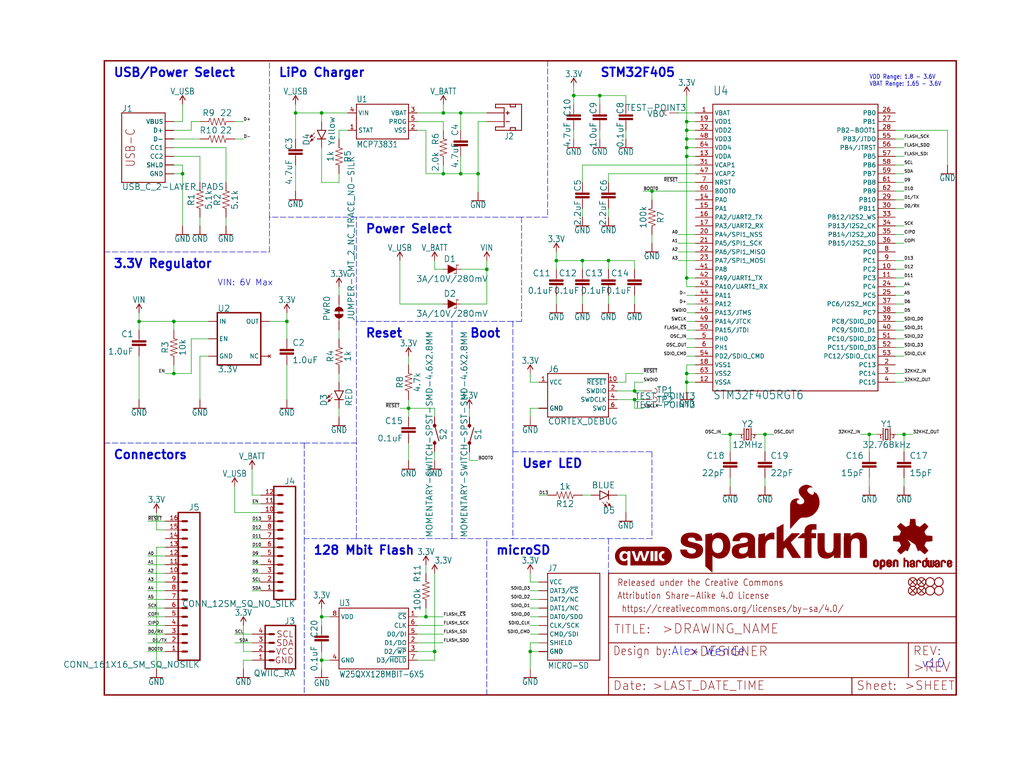
<source format=kicad_sch>
(kicad_sch (version 20211123) (generator eeschema)
  (paper "User" 299.212 223.926)
  (lib_symbols
    (symbol "eagleSchem-eagle-import:0.1UF-0402T-10V-10%-X7R"
      (property "Reference" "C" (at 1.524 2.921 0))
      (property "Value" "0.1UF-0402T-10V-10%-X7R" (at 1.524 -2.159 0))
      (symbol "0.1UF-0402T-10V-10%-X7R_1_0"
        (pin passive line (at 0 5.08 270) (length 2.54) (name "1") (number "1"))
        (pin passive line (at 0 -2.54 90) (length 2.54) (name "2") (number "2"))
      )
    )
    (symbol "eagleSchem-eagle-import:1.0UF-0402T-16V-10%"
      (property "Reference" "C" (at 1.524 2.921 0))
      (property "Value" "1.0UF-0402T-16V-10%" (at 1.524 -2.159 0))
      (symbol "1.0UF-0402T-16V-10%_1_0"
        (pin passive line (at 0 5.08 270) (length 2.54) (name "1") (number "1"))
        (pin passive line (at 0 -2.54 90) (length 2.54) (name "2") (number "2"))
      )
    )
    (symbol "eagleSchem-eagle-import:100KOHM-0402T-1{slash}16W-1%"
      (property "Reference" "R" (at 0 1.524 0))
      (property "Value" "100KOHM-0402T-1{slash}16W-1%" (at 0 -1.524 0))
      (symbol "100KOHM-0402T-1{slash}16W-1%_1_0"
        (pin passive line (at -5.08 0 0) (length 2.54) (name "1") (number "1"))
        (pin passive line (at 5.08 0 180) (length 2.54) (name "2") (number "2"))
      )
    )
    (symbol "eagleSchem-eagle-import:10KOHM-0603-1{slash}10W-1%"
      (property "Reference" "R" (at 0 1.524 0))
      (property "Value" "10KOHM-0603-1{slash}10W-1%" (at 0 -1.524 0))
      (symbol "10KOHM-0603-1{slash}10W-1%_1_0"
        (pin passive line (at -5.08 0 0) (length 2.54) (name "1") (number "1"))
        (pin passive line (at 5.08 0 180) (length 2.54) (name "2") (number "2"))
      )
    )
    (symbol "eagleSchem-eagle-import:15PF-0402T-50V-5%"
      (property "Reference" "C" (at 1.524 2.921 0))
      (property "Value" "15PF-0402T-50V-5%" (at 1.524 -2.159 0))
      (symbol "15PF-0402T-50V-5%_1_0"
        (pin passive line (at 0 5.08 270) (length 2.54) (name "1") (number "1"))
        (pin passive line (at 0 -2.54 90) (length 2.54) (name "2") (number "2"))
      )
    )
    (symbol "eagleSchem-eagle-import:1KOHM-0402T-1{slash}16W-1%"
      (property "Reference" "R" (at 0 1.524 0))
      (property "Value" "1KOHM-0402T-1{slash}16W-1%" (at 0 -1.524 0))
      (symbol "1KOHM-0402T-1{slash}16W-1%_1_0"
        (pin passive line (at -5.08 0 0) (length 2.54) (name "1") (number "1"))
        (pin passive line (at 5.08 0 180) (length 2.54) (name "2") (number "2"))
      )
    )
    (symbol "eagleSchem-eagle-import:2.0KOHM-0603-1{slash}10W-5%"
      (property "Reference" "R" (at 0 1.524 0))
      (property "Value" "2.0KOHM-0603-1{slash}10W-5%" (at 0 -1.524 0))
      (symbol "2.0KOHM-0603-1{slash}10W-5%_1_0"
        (pin passive line (at -5.08 0 0) (length 2.54) (name "1") (number "1"))
        (pin passive line (at 5.08 0 180) (length 2.54) (name "2") (number "2"))
      )
    )
    (symbol "eagleSchem-eagle-import:2.2UF-0402_TIGHT-10V-10%-X5R"
      (property "Reference" "C" (at 1.524 2.921 0))
      (property "Value" "2.2UF-0402_TIGHT-10V-10%-X5R" (at 1.524 -2.159 0))
      (symbol "2.2UF-0402_TIGHT-10V-10%-X5R_1_0"
        (pin passive line (at 0 5.08 270) (length 2.54) (name "1") (number "1"))
        (pin passive line (at 0 -2.54 90) (length 2.54) (name "2") (number "2"))
      )
    )
    (symbol "eagleSchem-eagle-import:22OHM-0603-1{slash}10W-1%"
      (property "Reference" "R" (at 0 1.524 0))
      (property "Value" "22OHM-0603-1{slash}10W-1%" (at 0 -1.524 0))
      (symbol "22OHM-0603-1{slash}10W-1%_1_0"
        (pin passive line (at -5.08 0 0) (length 2.54) (name "1") (number "1"))
        (pin passive line (at 5.08 0 180) (length 2.54) (name "2") (number "2"))
      )
    )
    (symbol "eagleSchem-eagle-import:22PF-0402T-16V-10%"
      (property "Reference" "C" (at 1.524 2.921 0))
      (property "Value" "22PF-0402T-16V-10%" (at 1.524 -2.159 0))
      (symbol "22PF-0402T-16V-10%_1_0"
        (pin passive line (at 0 5.08 270) (length 2.54) (name "1") (number "1"))
        (pin passive line (at 0 -2.54 90) (length 2.54) (name "2") (number "2"))
      )
    )
    (symbol "eagleSchem-eagle-import:3.3V" (power)
      (property "Value" "3.3V" (at 0 2.794 0))
      (symbol "3.3V_1_0"
        (pin power_in line (at 0 0 90) (length 2.54) (name "3.3V") (number "1"))
      )
    )
    (symbol "eagleSchem-eagle-import:4.7KOHM-0603-1{slash}10W-1%"
      (property "Reference" "R" (at 0 1.524 0))
      (property "Value" "4.7KOHM-0603-1{slash}10W-1%" (at 0 -1.524 0))
      (symbol "4.7KOHM-0603-1{slash}10W-1%_1_0"
        (pin passive line (at -5.08 0 0) (length 2.54) (name "1") (number "1"))
        (pin passive line (at 5.08 0 180) (length 2.54) (name "2") (number "2"))
      )
    )
    (symbol "eagleSchem-eagle-import:4.7UF-0402_TIGHT-6.3V-20%-X5R"
      (property "Reference" "C" (at 1.524 2.921 0))
      (property "Value" "4.7UF-0402_TIGHT-6.3V-20%-X5R" (at 1.524 -2.159 0))
      (symbol "4.7UF-0402_TIGHT-6.3V-20%-X5R_1_0"
        (pin passive line (at 0 5.08 270) (length 2.54) (name "1") (number "1"))
        (pin passive line (at 0 -2.54 90) (length 2.54) (name "2") (number "2"))
      )
    )
    (symbol "eagleSchem-eagle-import:5.1KOHM5.1KOHM-0603-1{slash}10W-1%"
      (property "Reference" "R" (at 0 1.524 0))
      (property "Value" "5.1KOHM5.1KOHM-0603-1{slash}10W-1%" (at 0 -1.524 0))
      (symbol "5.1KOHM5.1KOHM-0603-1{slash}10W-1%_1_0"
        (pin passive line (at -5.08 0 0) (length 2.54) (name "1") (number "1"))
        (pin passive line (at 5.08 0 180) (length 2.54) (name "2") (number "2"))
      )
    )
    (symbol "eagleSchem-eagle-import:CONN_12SM_SQ_NO_SILK"
      (property "Reference" "J" (at 0 15.748 0))
      (property "Value" "CONN_12SM_SQ_NO_SILK" (at 0 -20.066 0))
      (symbol "CONN_12SM_SQ_NO_SILK_1_0"
        (pin passive line (at 10.16 -15.24 180) (length 5.08) (name "1") (number "1"))
        (pin passive line (at 10.16 7.62 180) (length 5.08) (name "10") (number "10"))
        (pin passive line (at 10.16 10.16 180) (length 5.08) (name "11") (number "11"))
        (pin passive line (at 10.16 12.7 180) (length 5.08) (name "12") (number "12"))
        (pin passive line (at 10.16 -12.7 180) (length 5.08) (name "2") (number "2"))
        (pin passive line (at 10.16 -10.16 180) (length 5.08) (name "3") (number "3"))
        (pin passive line (at 10.16 -7.62 180) (length 5.08) (name "4") (number "4"))
        (pin passive line (at 10.16 -5.08 180) (length 5.08) (name "5") (number "5"))
        (pin passive line (at 10.16 -2.54 180) (length 5.08) (name "6") (number "6"))
        (pin passive line (at 10.16 0 180) (length 5.08) (name "7") (number "7"))
        (pin passive line (at 10.16 2.54 180) (length 5.08) (name "8") (number "8"))
        (pin passive line (at 10.16 5.08 180) (length 5.08) (name "9") (number "9"))
      )
    )
    (symbol "eagleSchem-eagle-import:CONN_161X16_SM_SQ_NOSILK"
      (property "Reference" "J" (at 0 20.828 0))
      (property "Value" "CONN_161X16_SM_SQ_NOSILK" (at 0 -25.146 0))
      (symbol "CONN_161X16_SM_SQ_NOSILK_1_0"
        (pin passive line (at 10.16 -20.32 180) (length 5.08) (name "1") (number "1"))
        (pin passive line (at 10.16 2.54 180) (length 5.08) (name "10") (number "10"))
        (pin passive line (at 10.16 5.08 180) (length 5.08) (name "11") (number "11"))
        (pin passive line (at 10.16 7.62 180) (length 5.08) (name "12") (number "12"))
        (pin passive line (at 10.16 10.16 180) (length 5.08) (name "13") (number "13"))
        (pin passive line (at 10.16 12.7 180) (length 5.08) (name "14") (number "14"))
        (pin passive line (at 10.16 15.24 180) (length 5.08) (name "15") (number "15"))
        (pin passive line (at 10.16 17.78 180) (length 5.08) (name "16") (number "16"))
        (pin passive line (at 10.16 -17.78 180) (length 5.08) (name "2") (number "2"))
        (pin passive line (at 10.16 -15.24 180) (length 5.08) (name "3") (number "3"))
        (pin passive line (at 10.16 -12.7 180) (length 5.08) (name "4") (number "4"))
        (pin passive line (at 10.16 -10.16 180) (length 5.08) (name "5") (number "5"))
        (pin passive line (at 10.16 -7.62 180) (length 5.08) (name "6") (number "6"))
        (pin passive line (at 10.16 -5.08 180) (length 5.08) (name "7") (number "7"))
        (pin passive line (at 10.16 -2.54 180) (length 5.08) (name "8") (number "8"))
        (pin passive line (at 10.16 0 180) (length 5.08) (name "9") (number "9"))
      )
    )
    (symbol "eagleSchem-eagle-import:CORTEX_JTAG_DEBUG_MINIMUM_PTH_NS"
      (property "Reference" "J" (at -10.16 7.874 0))
      (property "Value" "CORTEX_JTAG_DEBUG_MINIMUM_PTH_NS" (at -10.16 -7.366 0))
      (symbol "CORTEX_JTAG_DEBUG_MINIMUM_PTH_NS_1_0"
        (pin bidirectional line (at -12.7 5.08 0) (length 2.54) (name "VCC") (number "1"))
        (pin bidirectional line (at 10.16 5.08 180) (length 2.54) (name "~{RESET}") (number "10"))
        (pin bidirectional line (at 10.16 2.54 180) (length 2.54) (name "SWDIO") (number "2"))
        (pin bidirectional line (at -12.7 -2.54 0) (length 2.54) (name "GND") (number "3"))
        (pin bidirectional line (at 10.16 0 180) (length 2.54) (name "SWDCLK") (number "4"))
        (pin bidirectional line (at -12.7 -2.54 0) (length 2.54) (name "GND") (number "5"))
        (pin bidirectional line (at 10.16 -2.54 180) (length 2.54) (name "SWO") (number "6"))
        (pin bidirectional line (at -12.7 -2.54 0) (length 2.54) (name "GND") (number "9"))
      )
    )
    (symbol "eagleSchem-eagle-import:CRYSTAL-12MHZ{dblquote}"
      (property "Reference" "Y" (at 0 2.032 0))
      (property "Value" "CRYSTAL-12MHZ{dblquote}" (at 0 -2.032 0))
      (symbol "CRYSTAL-12MHZ{dblquote}_1_0"
        (text "1" (at -2.159 -1.143 0) (effects (font (size 0.8636 0.734)) (justify left bottom)))
        (text "2" (at 1.524 -1.143 0) (effects (font (size 0.8636 0.734)) (justify left bottom)))
        (pin passive line (at -2.54 0 0) (length 0) (name "1") (number "1"))
        (pin passive line (at 2.54 0 180) (length 0) (name "2") (number "3"))
      )
    )
    (symbol "eagleSchem-eagle-import:CRYSTAL-32.768KHZSMD-3.2X1.5"
      (property "Reference" "Y" (at 0 2.032 0))
      (property "Value" "CRYSTAL-32.768KHZSMD-3.2X1.5" (at 0 -2.032 0))
      (symbol "CRYSTAL-32.768KHZSMD-3.2X1.5_1_0"
        (text "1" (at -2.159 -1.143 0) (effects (font (size 0.8636 0.734)) (justify left bottom)))
        (text "2" (at 1.524 -1.143 0) (effects (font (size 0.8636 0.734)) (justify left bottom)))
        (pin passive line (at -2.54 0 0) (length 0) (name "1") (number "P$1"))
        (pin passive line (at 2.54 0 180) (length 0) (name "2") (number "P$2"))
      )
    )
    (symbol "eagleSchem-eagle-import:DIODE-SCHOTTKY-BAT60A"
      (property "Reference" "D" (at -2.54 2.032 0))
      (property "Value" "DIODE-SCHOTTKY-BAT60A" (at -2.54 -2.032 0))
      (symbol "DIODE-SCHOTTKY-BAT60A_1_0"
        (pin passive line (at -2.54 0 0) (length 0) (name "A") (number "A"))
        (pin passive line (at 2.54 0 180) (length 0) (name "C") (number "C"))
      )
    )
    (symbol "eagleSchem-eagle-import:FIDUCIALUFIDUCIAL")
    (symbol "eagleSchem-eagle-import:FRAME-LETTER"
      (symbol "FRAME-LETTER_2_0"
        (text " https://creativecommons.org/licenses/by-sa/4.0/" (at 2.54 24.13 0) (effects (font (size 1.9304 1.6408)) (justify left bottom)))
        (text ">DESIGNER" (at 23.114 11.176 0) (effects (font (size 2.7432 2.7432)) (justify left bottom)))
        (text ">DRAWING_NAME" (at 15.494 17.78 0) (effects (font (size 2.7432 2.7432)) (justify left bottom)))
        (text ">LAST_DATE_TIME" (at 12.7 1.27 0) (effects (font (size 2.54 2.54)) (justify left bottom)))
        (text ">REV" (at 88.9 6.604 0) (effects (font (size 2.7432 2.7432)) (justify left bottom)))
        (text ">SHEET" (at 86.36 1.27 0) (effects (font (size 2.54 2.54)) (justify left bottom)))
        (text "Attribution Share-Alike 4.0 License" (at 2.54 27.94 0) (effects (font (size 1.9304 1.6408)) (justify left bottom)))
        (text "Date:" (at 1.27 1.27 0) (effects (font (size 2.54 2.54)) (justify left bottom)))
        (text "Design by:" (at 1.27 11.43 0) (effects (font (size 2.54 2.159)) (justify left bottom)))
        (text "Released under the Creative Commons" (at 2.54 31.75 0) (effects (font (size 1.9304 1.6408)) (justify left bottom)))
        (text "REV:" (at 88.9 11.43 0) (effects (font (size 2.54 2.54)) (justify left bottom)))
        (text "Sheet:" (at 72.39 1.27 0) (effects (font (size 2.54 2.54)) (justify left bottom)))
        (text "TITLE:" (at 1.524 17.78 0) (effects (font (size 2.54 2.54)) (justify left bottom)))
      )
    )
    (symbol "eagleSchem-eagle-import:GND" (power)
      (property "Value" "GND" (at 0 -0.254 0))
      (symbol "GND_1_0"
        (pin power_in line (at 0 2.54 270) (length 2.54) (name "GND") (number "1"))
      )
    )
    (symbol "eagleSchem-eagle-import:JST_2MM_MALE"
      (property "Reference" "J" (at -2.54 5.842 0))
      (symbol "JST_2MM_MALE_1_0"
        (pin bidirectional line (at 0 -5.08 90) (length 5.08) (name "-") (number "1"))
        (pin bidirectional line (at 2.54 -5.08 90) (length 5.08) (name "+") (number "2"))
        (pin bidirectional line (at -2.54 2.54 90) (length 0) (name "PAD1") (number "NC1"))
        (pin bidirectional line (at 5.08 2.54 90) (length 0) (name "PAD2") (number "NC2"))
      )
    )
    (symbol "eagleSchem-eagle-import:JUMPER-SMT_2_NC_TRACE_NO-SILK"
      (property "Reference" "JP" (at -2.54 2.54 0))
      (property "Value" "JUMPER-SMT_2_NC_TRACE_NO-SILK" (at -2.54 -2.54 0))
      (symbol "JUMPER-SMT_2_NC_TRACE_NO-SILK_1_0"
        (pin passive line (at -5.08 0 0) (length 2.54) (name "1") (number "1"))
        (pin passive line (at 5.08 0 180) (length 2.54) (name "2") (number "2"))
      )
    )
    (symbol "eagleSchem-eagle-import:LED-BLUE0603"
      (property "Reference" "D" (at -3.429 -4.572 90))
      (property "Value" "LED-BLUE0603" (at 1.905 -4.572 90))
      (symbol "LED-BLUE0603_1_0"
        (pin passive line (at 0 2.54 270) (length 2.54) (name "A") (number "A"))
        (pin passive line (at 0 -5.08 90) (length 2.54) (name "C") (number "C"))
      )
    )
    (symbol "eagleSchem-eagle-import:LED-RED0603"
      (property "Reference" "D" (at -3.429 -4.572 90))
      (property "Value" "LED-RED0603" (at 1.905 -4.572 90))
      (symbol "LED-RED0603_1_0"
        (pin passive line (at 0 2.54 270) (length 2.54) (name "A") (number "A"))
        (pin passive line (at 0 -5.08 90) (length 2.54) (name "C") (number "C"))
      )
    )
    (symbol "eagleSchem-eagle-import:LED-YELLOW0603"
      (property "Reference" "D" (at -3.429 -4.572 90))
      (property "Value" "LED-YELLOW0603" (at 1.905 -4.572 90))
      (symbol "LED-YELLOW0603_1_0"
        (pin passive line (at 0 2.54 270) (length 2.54) (name "A") (number "A"))
        (pin passive line (at 0 -5.08 90) (length 2.54) (name "C") (number "C"))
      )
    )
    (symbol "eagleSchem-eagle-import:MCP73831"
      (property "Reference" "U" (at -7.62 5.588 0))
      (property "Value" "MCP73831" (at -7.62 -7.62 0))
      (symbol "MCP73831_1_0"
        (pin output line (at -10.16 -2.54 0) (length 2.54) (name "STAT") (number "1"))
        (pin power_in line (at 10.16 -2.54 180) (length 2.54) (name "VSS") (number "2"))
        (pin power_in line (at 10.16 2.54 180) (length 2.54) (name "VBAT") (number "3"))
        (pin power_in line (at -10.16 2.54 0) (length 2.54) (name "VIN") (number "4"))
        (pin input line (at 10.16 0 180) (length 2.54) (name "PROG") (number "5"))
      )
    )
    (symbol "eagleSchem-eagle-import:MICRO-SD-SDIOPUSH-PUSH"
      (property "Reference" "J" (at -5.08 13.208 0))
      (property "Value" "MICRO-SD-SDIOPUSH-PUSH" (at -5.08 -15.24 0))
      (symbol "MICRO-SD-SDIOPUSH-PUSH_1_0"
        (pin bidirectional line (at -7.62 -7.62 0) (length 2.54) (name "SHIELD") (number "CD1"))
        (pin bidirectional line (at -7.62 7.62 0) (length 2.54) (name "DAT3/~{CS}") (number "CS/DAT3"))
        (pin bidirectional line (at -7.62 2.54 0) (length 2.54) (name "DAT1/NC") (number "DAT1"))
        (pin bidirectional line (at -7.62 5.08 0) (length 2.54) (name "DAT2/NC") (number "DAT2"))
        (pin bidirectional line (at -7.62 -5.08 0) (length 2.54) (name "CMD/SDI") (number "DI/CMD"))
        (pin bidirectional line (at -7.62 0 0) (length 2.54) (name "DAT0/SDO") (number "DO/DAT0"))
        (pin bidirectional line (at -7.62 -10.16 0) (length 2.54) (name "GND") (number "GND"))
        (pin bidirectional line (at -7.62 -10.16 0) (length 2.54) (name "GND") (number "GND1"))
        (pin bidirectional line (at -7.62 -10.16 0) (length 2.54) (name "GND") (number "GND3"))
        (pin bidirectional line (at -7.62 -2.54 0) (length 2.54) (name "CLK/SCK") (number "SCLK"))
        (pin bidirectional line (at -7.62 10.16 0) (length 2.54) (name "VCC") (number "VCC"))
      )
    )
    (symbol "eagleSchem-eagle-import:MOMENTARY-SWITCH-SPST-SMD-4.6X2.8MM"
      (property "Reference" "S" (at 0 1.524 0))
      (property "Value" "MOMENTARY-SWITCH-SPST-SMD-4.6X2.8MM" (at 0 -0.508 0))
      (symbol "MOMENTARY-SWITCH-SPST-SMD-4.6X2.8MM_1_0"
        (pin passive line (at -5.08 0 0) (length 2.54) (name "1") (number "1"))
        (pin passive line (at -5.08 0 0) (length 2.54) (name "1") (number "2"))
        (pin passive line (at 5.08 0 180) (length 2.54) (name "2") (number "3"))
        (pin passive line (at 5.08 0 180) (length 2.54) (name "2") (number "4"))
      )
    )
    (symbol "eagleSchem-eagle-import:OSHW-LOGOS")
    (symbol "eagleSchem-eagle-import:QWIIC_CONNECTORJS-1MM"
      (property "Reference" "J" (at -5.08 7.874 0))
      (property "Value" "QWIIC_CONNECTORJS-1MM" (at -5.08 -5.334 0))
      (symbol "QWIIC_CONNECTORJS-1MM_1_0"
        (text "GND" (at -4.572 -2.54 0) (effects (font (size 1.778 1.778)) (justify left)))
        (text "SCL" (at -4.572 5.08 0) (effects (font (size 1.778 1.778)) (justify left)))
        (text "SDA" (at -4.572 2.54 0) (effects (font (size 1.778 1.778)) (justify left)))
        (text "VCC" (at -4.572 0 0) (effects (font (size 1.778 1.778)) (justify left)))
        (pin power_in line (at 7.62 -2.54 180) (length 5.08) (name "1") (number "1"))
        (pin power_in line (at 7.62 0 180) (length 5.08) (name "2") (number "2"))
        (pin passive line (at 7.62 2.54 180) (length 5.08) (name "3") (number "3"))
        (pin passive line (at 7.62 5.08 180) (length 5.08) (name "4") (number "4"))
      )
    )
    (symbol "eagleSchem-eagle-import:QWIIC_LOGO_5MM")
    (symbol "eagleSchem-eagle-import:SFE_LOGO_NAME_FLAME.1_INCH")
    (symbol "eagleSchem-eagle-import:STAND-OFFTIGHT")
    (symbol "eagleSchem-eagle-import:STM32F405RG"
      (property "Reference" "U" (at -22.86 40.64 0))
      (property "Value" "STM32F405RG" (at -22.86 -50.8 0))
      (symbol "STM32F405RG_1_0"
        (pin bidirectional line (at -27.94 35.56 0) (length 5.08) (name "VBAT") (number "1"))
        (pin bidirectional line (at 30.48 -10.16 180) (length 5.08) (name "PC2") (number "10"))
        (pin bidirectional line (at 30.48 -12.7 180) (length 5.08) (name "PC3") (number "11"))
        (pin bidirectional line (at -27.94 -43.18 0) (length 5.08) (name "VSSA") (number "12"))
        (pin bidirectional line (at -27.94 22.86 0) (length 5.08) (name "VDDA") (number "13"))
        (pin bidirectional line (at -27.94 10.16 0) (length 5.08) (name "PA0") (number "14"))
        (pin bidirectional line (at -27.94 7.62 0) (length 5.08) (name "PA1") (number "15"))
        (pin bidirectional line (at -27.94 5.08 0) (length 5.08) (name "PA2/UART2_TX") (number "16"))
        (pin bidirectional line (at -27.94 2.54 0) (length 5.08) (name "PA3/UART2_RX") (number "17"))
        (pin bidirectional line (at -27.94 -38.1 0) (length 5.08) (name "VSS1") (number "18"))
        (pin bidirectional line (at -27.94 33.02 0) (length 5.08) (name "VDD1") (number "19"))
        (pin bidirectional line (at 30.48 -38.1 180) (length 5.08) (name "PC13") (number "2"))
        (pin bidirectional line (at -27.94 0 0) (length 5.08) (name "PA4/SPI1_NSS") (number "20"))
        (pin bidirectional line (at -27.94 -2.54 0) (length 5.08) (name "PA5/SPI1_SCK") (number "21"))
        (pin bidirectional line (at -27.94 -5.08 0) (length 5.08) (name "PA6/SPI1_MISO") (number "22"))
        (pin bidirectional line (at -27.94 -7.62 0) (length 5.08) (name "PA7/SPI1_MOSI") (number "23"))
        (pin bidirectional line (at 30.48 -15.24 180) (length 5.08) (name "PC4") (number "24"))
        (pin bidirectional line (at 30.48 -17.78 180) (length 5.08) (name "PC5") (number "25"))
        (pin bidirectional line (at 30.48 35.56 180) (length 5.08) (name "PB0") (number "26"))
        (pin bidirectional line (at 30.48 33.02 180) (length 5.08) (name "PB1") (number "27"))
        (pin bidirectional line (at 30.48 30.48 180) (length 5.08) (name "PB2-BOOT1") (number "28"))
        (pin bidirectional line (at 30.48 10.16 180) (length 5.08) (name "PB10") (number "29"))
        (pin bidirectional line (at 30.48 -40.64 180) (length 5.08) (name "PC14") (number "3"))
        (pin bidirectional line (at 30.48 7.62 180) (length 5.08) (name "PB11") (number "30"))
        (pin bidirectional line (at -27.94 20.32 0) (length 5.08) (name "VCAP1") (number "31"))
        (pin bidirectional line (at -27.94 30.48 0) (length 5.08) (name "VDD2") (number "32"))
        (pin bidirectional line (at 30.48 5.08 180) (length 5.08) (name "PB12/I2S2_WS") (number "33"))
        (pin bidirectional line (at 30.48 2.54 180) (length 5.08) (name "PB13/I2S2_CK") (number "34"))
        (pin bidirectional line (at 30.48 0 180) (length 5.08) (name "PB14/I2S2_XD") (number "35"))
        (pin bidirectional line (at 30.48 -2.54 180) (length 5.08) (name "PB15/I2S2_SD") (number "36"))
        (pin bidirectional line (at 30.48 -20.32 180) (length 5.08) (name "PC6/I2S2_MCK") (number "37"))
        (pin bidirectional line (at 30.48 -22.86 180) (length 5.08) (name "PC7") (number "38"))
        (pin bidirectional line (at 30.48 -25.4 180) (length 5.08) (name "PC8/SDIO_D0") (number "39"))
        (pin bidirectional line (at 30.48 -43.18 180) (length 5.08) (name "PC15") (number "4"))
        (pin bidirectional line (at 30.48 -27.94 180) (length 5.08) (name "PC9/SDIO_D1") (number "40"))
        (pin bidirectional line (at -27.94 -10.16 0) (length 5.08) (name "PA8") (number "41"))
        (pin bidirectional line (at -27.94 -12.7 0) (length 5.08) (name "PA9/UART1_TX") (number "42"))
        (pin bidirectional line (at -27.94 -15.24 0) (length 5.08) (name "PA10/UART1_RX") (number "43"))
        (pin bidirectional line (at -27.94 -17.78 0) (length 5.08) (name "PA11") (number "44"))
        (pin bidirectional line (at -27.94 -20.32 0) (length 5.08) (name "PA12") (number "45"))
        (pin bidirectional line (at -27.94 -22.86 0) (length 5.08) (name "PA13/JTMS") (number "46"))
        (pin bidirectional line (at -27.94 17.78 0) (length 5.08) (name "VCAP2") (number "47"))
        (pin bidirectional line (at -27.94 27.94 0) (length 5.08) (name "VDD3") (number "48"))
        (pin bidirectional line (at -27.94 -25.4 0) (length 5.08) (name "PA14/JTCK") (number "49"))
        (pin bidirectional line (at -27.94 -30.48 0) (length 5.08) (name "PH0") (number "5"))
        (pin bidirectional line (at -27.94 -27.94 0) (length 5.08) (name "PA15/JTDI") (number "50"))
        (pin bidirectional line (at 30.48 -30.48 180) (length 5.08) (name "PC10/SDIO_D2") (number "51"))
        (pin bidirectional line (at 30.48 -33.02 180) (length 5.08) (name "PC11/SDIO_D3") (number "52"))
        (pin bidirectional line (at 30.48 -35.56 180) (length 5.08) (name "PC12/SDIO_CLK") (number "53"))
        (pin bidirectional line (at -27.94 -35.56 0) (length 5.08) (name "PD2/SDIO_CMD") (number "54"))
        (pin bidirectional line (at 30.48 27.94 180) (length 5.08) (name "PB3/JTDO") (number "55"))
        (pin bidirectional line (at 30.48 25.4 180) (length 5.08) (name "PB4/JTRST") (number "56"))
        (pin bidirectional line (at 30.48 22.86 180) (length 5.08) (name "PB5") (number "57"))
        (pin bidirectional line (at 30.48 20.32 180) (length 5.08) (name "PB6") (number "58"))
        (pin bidirectional line (at 30.48 17.78 180) (length 5.08) (name "PB7") (number "59"))
        (pin bidirectional line (at -27.94 -33.02 0) (length 5.08) (name "PH1") (number "6"))
        (pin bidirectional line (at -27.94 12.7 0) (length 5.08) (name "BOOT0") (number "60"))
        (pin bidirectional line (at 30.48 15.24 180) (length 5.08) (name "PB8") (number "61"))
        (pin bidirectional line (at 30.48 12.7 180) (length 5.08) (name "PB9") (number "62"))
        (pin bidirectional line (at -27.94 -40.64 0) (length 5.08) (name "VSS2") (number "63"))
        (pin bidirectional line (at -27.94 25.4 0) (length 5.08) (name "VDD4") (number "64"))
        (pin bidirectional line (at -27.94 15.24 0) (length 5.08) (name "NRST") (number "7"))
        (pin bidirectional line (at 30.48 -5.08 180) (length 5.08) (name "PC0") (number "8"))
        (pin bidirectional line (at 30.48 -7.62 180) (length 5.08) (name "PC1") (number "9"))
      )
    )
    (symbol "eagleSchem-eagle-import:TEST-POINT3"
      (property "Reference" "TP" (at -2.54 2.54 0))
      (property "Value" "TEST-POINT3" (at -2.54 -2.54 0))
      (symbol "TEST-POINT3_1_0"
        (pin bidirectional line (at 0 0 180) (length 0) (name "1") (number "P$1"))
      )
    )
    (symbol "eagleSchem-eagle-import:USB_C_2-LAYER_PADS"
      (property "Reference" "J" (at -2.54 10.414 0))
      (property "Value" "USB_C_2-LAYER_PADS" (at -2.54 -12.446 0))
      (symbol "USB_C_2-LAYER_PADS_1_0"
        (text "USB-C" (at 0 0 900) (effects (font (size 2.54 2.159))))
        (pin bidirectional line (at 12.7 0 180) (length 2.54) (name "CC1") (number "A5"))
        (pin bidirectional line (at 12.7 5.08 180) (length 2.54) (name "D+") (number "A6"))
        (pin bidirectional line (at 12.7 2.54 180) (length 2.54) (name "D-") (number "A7"))
        (pin bidirectional line (at 12.7 -2.54 180) (length 2.54) (name "CC2") (number "B5"))
        (pin bidirectional line (at 12.7 5.08 180) (length 2.54) (name "D+") (number "B6"))
        (pin bidirectional line (at 12.7 2.54 180) (length 2.54) (name "D-") (number "B7"))
        (pin bidirectional line (at 12.7 -7.62 180) (length 2.54) (name "GND") (number "GND"))
        (pin bidirectional line (at 12.7 -7.62 180) (length 2.54) (name "GND") (number "GND2"))
        (pin bidirectional line (at 12.7 -5.08 180) (length 2.54) (name "SHLD") (number "SHLD1"))
        (pin bidirectional line (at 12.7 -5.08 180) (length 2.54) (name "SHLD") (number "SHLD2"))
        (pin bidirectional line (at 12.7 -5.08 180) (length 2.54) (name "SHLD") (number "SHLD3"))
        (pin bidirectional line (at 12.7 -5.08 180) (length 2.54) (name "SHLD") (number "SHLD4"))
        (pin bidirectional line (at 12.7 7.62 180) (length 2.54) (name "VBUS") (number "VBUS1"))
        (pin bidirectional line (at 12.7 7.62 180) (length 2.54) (name "VBUS") (number "VBUS2"))
      )
    )
    (symbol "eagleSchem-eagle-import:VIN" (power)
      (property "Value" "VIN" (at 0 2.794 0))
      (symbol "VIN_1_0"
        (pin power_in line (at 0 0 90) (length 2.54) (name "VIN") (number "1"))
      )
    )
    (symbol "eagleSchem-eagle-import:V_BATT" (power)
      (property "Value" "V_BATT" (at 0 2.794 0))
      (symbol "V_BATT_1_0"
        (pin power_in line (at 0 0 90) (length 2.54) (name "V_BATT") (number "1"))
      )
    )
    (symbol "eagleSchem-eagle-import:V_REG_AP2112K-3.3V"
      (property "Reference" "U" (at -7.62 7.874 0))
      (property "Value" "V_REG_AP2112K-3.3V" (at -7.62 -7.874 0))
      (symbol "V_REG_AP2112K-3.3V_1_0"
        (pin input line (at -10.16 5.08 0) (length 2.54) (name "IN") (number "1"))
        (pin input line (at -10.16 -5.08 0) (length 2.54) (name "GND") (number "2"))
        (pin input line (at -10.16 0 0) (length 2.54) (name "EN") (number "3"))
        (pin no_connect line (at 7.62 -5.08 180) (length 2.54) (name "NC") (number "4"))
        (pin passive line (at 7.62 5.08 180) (length 2.54) (name "OUT") (number "5"))
      )
    )
    (symbol "eagleSchem-eagle-import:V_USB" (power)
      (property "Value" "V_USB" (at 0 2.794 0))
      (symbol "V_USB_1_0"
        (pin power_in line (at 0 0 90) (length 2.54) (name "V_USB") (number "1"))
      )
    )
    (symbol "eagleSchem-eagle-import:W25QXX128MBIT-6X5"
      (property "Reference" "U" (at -10.16 8.128 0))
      (property "Value" "W25QXX128MBIT-6X5" (at -10.16 -12.7 0))
      (symbol "W25QXX128MBIT-6X5_1_0"
        (pin bidirectional line (at 12.7 5.08 180) (length 2.54) (name "~{CS}") (number "1"))
        (pin bidirectional line (at 12.7 -2.54 180) (length 2.54) (name "D1/DO") (number "2"))
        (pin bidirectional line (at 12.7 -5.08 180) (length 2.54) (name "D2/~{WP}") (number "3"))
        (pin bidirectional line (at -12.7 -7.62 0) (length 2.54) (name "GND") (number "4"))
        (pin bidirectional line (at 12.7 0 180) (length 2.54) (name "D0/DI") (number "5"))
        (pin bidirectional line (at 12.7 2.54 180) (length 2.54) (name "CLK") (number "6"))
        (pin bidirectional line (at 12.7 -7.62 180) (length 2.54) (name "D3/~{HOLD}") (number "7"))
        (pin bidirectional line (at -12.7 5.08 0) (length 2.54) (name "VDD") (number "8"))
      )
    )
  )
  (junction (at 124.46 180.34))
  (junction (at 93.98 193.04))
  (junction (at 93.98 33.02))
  (junction (at 185.42 116.84))
  (junction (at 200.66 45.72))
  (junction (at 175.26 27.94))
  (junction (at 53.34 50.8))
  (junction (at 86.36 33.02))
  (junction (at 167.64 27.94))
  (junction (at 93.98 180.34))
  (junction (at 185.42 114.3))
  (junction (at 127 190.5))
  (junction (at 177.8 76.2))
  (junction (at 154.94 190.5))
  (junction (at 134.62 33.02))
  (junction (at 223.52 127))
  (junction (at 264.16 127))
  (junction (at 200.66 109.22))
  (junction (at 200.66 38.1))
  (junction (at 129.54 33.02))
  (junction (at 200.66 43.18))
  (junction (at 200.66 35.56))
  (junction (at 50.8 93.98))
  (junction (at 190.5 55.88))
  (junction (at 162.56 76.2))
  (junction (at 83.82 93.98))
  (junction (at 119.38 119.38))
  (junction (at 170.18 76.2))
  (junction (at 200.66 40.64))
  (junction (at 134.62 50.8))
  (junction (at 40.64 93.98))
  (junction (at 200.66 81.28))
  (junction (at 129.54 50.8))
  (junction (at 139.7 50.8))
  (junction (at 213.36 127))
  (junction (at 200.66 111.76))
  (junction (at 254 127))
  (junction (at 142.24 78.74))
  (junction (at 50.8 109.22))
  (polyline (pts (xy 88.9 157.48) (xy 88.9 203.2)))
  (wire (pts (xy 261.62 127) (xy 264.16 127)))
  (wire (pts (xy 167.64 27.94) (xy 167.64 25.4)))
  (wire (pts (xy 129.54 88.9) (xy 116.84 88.9)))
  (polyline (pts (xy 142.24 203.2) (xy 142.24 157.48)))
  (wire (pts (xy 203.2 35.56) (xy 200.66 35.56)))
  (wire (pts (xy 48.26 160.02) (xy 45.72 160.02)))
  (wire (pts (xy 86.36 33.02) (xy 86.36 40.64)))
  (wire (pts (xy 121.92 38.1) (xy 124.46 38.1)))
  (polyline (pts (xy 132.08 157.48) (xy 142.24 157.48)))
  (wire (pts (xy 187.96 114.3) (xy 185.42 114.3)))
  (wire (pts (xy 50.8 35.56) (xy 53.34 35.56)))
  (wire (pts (xy 137.16 121.92) (xy 137.16 119.38)))
  (wire (pts (xy 83.82 116.84) (xy 83.82 106.68)))
  (wire (pts (xy 177.8 78.74) (xy 177.8 76.2)))
  (wire (pts (xy 99.06 96.52) (xy 99.06 99.06)))
  (wire (pts (xy 76.2 165.1) (xy 73.66 165.1)))
  (polyline (pts (xy 88.9 129.54) (xy 104.14 129.54)))
  (wire (pts (xy 157.48 180.34) (xy 154.94 180.34)))
  (wire (pts (xy 185.42 116.84) (xy 185.42 119.38)))
  (wire (pts (xy 157.48 190.5) (xy 154.94 190.5)))
  (wire (pts (xy 76.2 170.18) (xy 73.66 170.18)))
  (wire (pts (xy 261.62 38.1) (xy 276.86 38.1)))
  (wire (pts (xy 200.66 38.1) (xy 200.66 35.56)))
  (wire (pts (xy 160.02 144.78) (xy 157.48 144.78)))
  (wire (pts (xy 93.98 53.34) (xy 99.06 53.34)))
  (wire (pts (xy 261.62 93.98) (xy 264.16 93.98)))
  (wire (pts (xy 220.98 127) (xy 223.52 127)))
  (wire (pts (xy 154.94 187.96) (xy 154.94 190.5)))
  (wire (pts (xy 185.42 114.3) (xy 185.42 111.76)))
  (wire (pts (xy 50.8 109.22) (xy 48.26 109.22)))
  (wire (pts (xy 177.8 76.2) (xy 185.42 76.2)))
  (wire (pts (xy 203.2 83.82) (xy 200.66 83.82)))
  (wire (pts (xy 157.48 177.8) (xy 154.94 177.8)))
  (wire (pts (xy 203.2 101.6) (xy 200.66 101.6)))
  (wire (pts (xy 60.96 93.98) (xy 50.8 93.98)))
  (wire (pts (xy 182.88 111.76) (xy 182.88 109.22)))
  (polyline (pts (xy 142.24 157.48) (xy 149.86 157.48)))
  (wire (pts (xy 48.26 182.88) (xy 43.18 182.88)))
  (wire (pts (xy 200.66 111.76) (xy 200.66 114.3)))
  (wire (pts (xy 66.04 63.5) (xy 66.04 66.04)))
  (wire (pts (xy 48.26 187.96) (xy 43.18 187.96)))
  (wire (pts (xy 121.92 193.04) (xy 127 193.04)))
  (wire (pts (xy 200.66 35.56) (xy 200.66 27.94)))
  (wire (pts (xy 261.62 91.44) (xy 264.16 91.44)))
  (wire (pts (xy 73.66 190.5) (xy 71.12 190.5)))
  (wire (pts (xy 73.66 185.42) (xy 68.58 185.42)))
  (wire (pts (xy 162.56 78.74) (xy 162.56 76.2)))
  (wire (pts (xy 129.54 33.02) (xy 129.54 30.48)))
  (wire (pts (xy 129.54 50.8) (xy 129.54 48.26)))
  (wire (pts (xy 162.56 73.66) (xy 162.56 76.2)))
  (wire (pts (xy 119.38 129.54) (xy 119.38 134.62)))
  (wire (pts (xy 203.2 43.18) (xy 200.66 43.18)))
  (wire (pts (xy 58.42 104.14) (xy 58.42 116.84)))
  (wire (pts (xy 154.94 111.76) (xy 154.94 109.22)))
  (wire (pts (xy 261.62 40.64) (xy 264.16 40.64)))
  (wire (pts (xy 119.38 121.92) (xy 119.38 119.38)))
  (wire (pts (xy 167.64 38.1) (xy 167.64 40.64)))
  (wire (pts (xy 48.26 165.1) (xy 43.18 165.1)))
  (wire (pts (xy 53.34 35.56) (xy 53.34 30.48)))
  (wire (pts (xy 50.8 48.26) (xy 53.34 48.26)))
  (wire (pts (xy 185.42 78.74) (xy 185.42 76.2)))
  (wire (pts (xy 137.16 134.62) (xy 139.7 134.62)))
  (wire (pts (xy 66.04 43.18) (xy 66.04 53.34)))
  (wire (pts (xy 48.26 190.5) (xy 43.18 190.5)))
  (wire (pts (xy 276.86 38.1) (xy 276.86 48.26)))
  (wire (pts (xy 121.92 190.5) (xy 127 190.5)))
  (wire (pts (xy 200.66 45.72) (xy 203.2 45.72)))
  (polyline (pts (xy 152.4 93.98) (xy 149.86 93.98)))
  (wire (pts (xy 127 190.5) (xy 127 167.64)))
  (wire (pts (xy 261.62 45.72) (xy 264.16 45.72)))
  (polyline (pts (xy 152.4 63.5) (xy 152.4 93.98)))
  (polyline (pts (xy 149.86 132.08) (xy 190.5 132.08)))
  (polyline (pts (xy 149.86 93.98) (xy 132.08 93.98)))
  (wire (pts (xy 76.2 152.4) (xy 73.66 152.4)))
  (wire (pts (xy 261.62 76.2) (xy 264.16 76.2)))
  (wire (pts (xy 76.2 172.72) (xy 73.66 172.72)))
  (polyline (pts (xy 160.02 17.78) (xy 160.02 63.5)))
  (wire (pts (xy 203.2 88.9) (xy 200.66 88.9)))
  (polyline (pts (xy 78.74 73.66) (xy 78.74 63.5)))
  (wire (pts (xy 200.66 45.72) (xy 200.66 43.18)))
  (wire (pts (xy 48.26 175.26) (xy 43.18 175.26)))
  (wire (pts (xy 142.24 78.74) (xy 142.24 88.9)))
  (wire (pts (xy 182.88 38.1) (xy 182.88 40.64)))
  (wire (pts (xy 121.92 185.42) (xy 129.54 185.42)))
  (polyline (pts (xy 132.08 157.48) (xy 132.08 93.98)))
  (polyline (pts (xy 30.48 129.54) (xy 88.9 129.54)))
  (wire (pts (xy 53.34 50.8) (xy 53.34 66.04)))
  (wire (pts (xy 170.18 78.74) (xy 170.18 76.2)))
  (wire (pts (xy 60.96 104.14) (xy 58.42 104.14)))
  (wire (pts (xy 129.54 50.8) (xy 134.62 50.8)))
  (wire (pts (xy 223.52 127) (xy 226.06 127)))
  (wire (pts (xy 134.62 50.8) (xy 134.62 45.72)))
  (wire (pts (xy 76.2 160.02) (xy 73.66 160.02)))
  (wire (pts (xy 83.82 93.98) (xy 78.74 93.98)))
  (wire (pts (xy 48.26 180.34) (xy 43.18 180.34)))
  (wire (pts (xy 254 127) (xy 251.46 127)))
  (wire (pts (xy 256.54 127) (xy 254 127)))
  (wire (pts (xy 154.94 170.18) (xy 154.94 167.64)))
  (wire (pts (xy 203.2 48.26) (xy 170.18 48.26)))
  (wire (pts (xy 157.48 175.26) (xy 154.94 175.26)))
  (wire (pts (xy 182.88 30.48) (xy 182.88 27.94)))
  (wire (pts (xy 76.2 144.78) (xy 73.66 144.78)))
  (wire (pts (xy 261.62 43.18) (xy 264.16 43.18)))
  (wire (pts (xy 134.62 33.02) (xy 142.24 33.02)))
  (wire (pts (xy 203.2 68.58) (xy 198.12 68.58)))
  (wire (pts (xy 127 132.08) (xy 127 134.62)))
  (wire (pts (xy 261.62 111.76) (xy 264.16 111.76)))
  (wire (pts (xy 203.2 91.44) (xy 200.66 91.44)))
  (polyline (pts (xy 104.14 63.5) (xy 78.74 63.5)))
  (wire (pts (xy 48.26 172.72) (xy 43.18 172.72)))
  (wire (pts (xy 83.82 93.98) (xy 83.82 91.44)))
  (wire (pts (xy 55.88 99.06) (xy 55.88 109.22)))
  (wire (pts (xy 76.2 149.86) (xy 68.58 149.86)))
  (wire (pts (xy 254 139.7) (xy 254 142.24)))
  (polyline (pts (xy 104.14 129.54) (xy 104.14 93.98)))
  (wire (pts (xy 68.58 149.86) (xy 68.58 142.24)))
  (wire (pts (xy 185.42 86.36) (xy 185.42 88.9)))
  (polyline (pts (xy 78.74 63.5) (xy 78.74 17.78)))
  (polyline (pts (xy 104.14 157.48) (xy 88.9 157.48)))
  (wire (pts (xy 50.8 40.64) (xy 58.42 40.64)))
  (wire (pts (xy 261.62 50.8) (xy 264.16 50.8)))
  (wire (pts (xy 48.26 154.94) (xy 45.72 154.94)))
  (wire (pts (xy 93.98 33.02) (xy 101.6 33.02)))
  (wire (pts (xy 172.72 144.78) (xy 170.18 144.78)))
  (wire (pts (xy 93.98 177.8) (xy 93.98 180.34)))
  (wire (pts (xy 134.62 33.02) (xy 134.62 38.1)))
  (wire (pts (xy 142.24 35.56) (xy 139.7 35.56)))
  (wire (pts (xy 50.8 106.68) (xy 50.8 109.22)))
  (wire (pts (xy 185.42 111.76) (xy 187.96 111.76)))
  (wire (pts (xy 261.62 99.06) (xy 264.16 99.06)))
  (wire (pts (xy 53.34 48.26) (xy 53.34 50.8)))
  (wire (pts (xy 50.8 45.72) (xy 58.42 45.72)))
  (wire (pts (xy 175.26 38.1) (xy 175.26 40.64)))
  (wire (pts (xy 134.62 50.8) (xy 139.7 50.8)))
  (polyline (pts (xy 149.86 93.98) (xy 149.86 132.08)))
  (wire (pts (xy 55.88 109.22) (xy 50.8 109.22)))
  (wire (pts (xy 154.94 190.5) (xy 154.94 195.58)))
  (wire (pts (xy 99.06 38.1) (xy 101.6 38.1)))
  (wire (pts (xy 73.66 193.04) (xy 71.12 193.04)))
  (wire (pts (xy 134.62 78.74) (xy 142.24 78.74)))
  (wire (pts (xy 203.2 53.34) (xy 198.12 53.34)))
  (wire (pts (xy 121.92 182.88) (xy 129.54 182.88)))
  (wire (pts (xy 96.52 180.34) (xy 93.98 180.34)))
  (wire (pts (xy 71.12 193.04) (xy 71.12 195.58)))
  (wire (pts (xy 96.52 193.04) (xy 93.98 193.04)))
  (wire (pts (xy 124.46 50.8) (xy 129.54 50.8)))
  (wire (pts (xy 55.88 35.56) (xy 58.42 35.56)))
  (wire (pts (xy 203.2 111.76) (xy 200.66 111.76)))
  (wire (pts (xy 180.34 116.84) (xy 185.42 116.84)))
  (wire (pts (xy 223.52 139.7) (xy 223.52 142.24)))
  (wire (pts (xy 203.2 99.06) (xy 200.66 99.06)))
  (wire (pts (xy 139.7 50.8) (xy 139.7 56.134)))
  (wire (pts (xy 177.8 50.8) (xy 177.8 53.34)))
  (wire (pts (xy 76.2 147.32) (xy 73.66 147.32)))
  (wire (pts (xy 264.16 139.7) (xy 264.16 142.24)))
  (wire (pts (xy 203.2 50.8) (xy 177.8 50.8)))
  (wire (pts (xy 215.9 127) (xy 213.36 127)))
  (wire (pts (xy 182.88 109.22) (xy 187.96 109.22)))
  (wire (pts (xy 83.82 99.06) (xy 83.82 93.98)))
  (wire (pts (xy 157.48 119.38) (xy 154.94 119.38)))
  (wire (pts (xy 203.2 109.22) (xy 200.66 109.22)))
  (wire (pts (xy 261.62 88.9) (xy 264.16 88.9)))
  (wire (pts (xy 50.8 50.8) (xy 53.34 50.8)))
  (wire (pts (xy 203.2 104.14) (xy 200.66 104.14)))
  (wire (pts (xy 93.98 182.88) (xy 93.98 180.34)))
  (wire (pts (xy 48.26 185.42) (xy 43.18 185.42)))
  (wire (pts (xy 71.12 190.5) (xy 71.12 182.88)))
  (wire (pts (xy 157.48 172.72) (xy 154.94 172.72)))
  (wire (pts (xy 121.92 33.02) (xy 129.54 33.02)))
  (wire (pts (xy 86.36 55.88) (xy 86.36 48.26)))
  (wire (pts (xy 203.2 71.12) (xy 198.12 71.12)))
  (wire (pts (xy 99.06 86.36) (xy 99.06 83.82)))
  (wire (pts (xy 223.52 127) (xy 223.52 132.08)))
  (polyline (pts (xy 190.5 132.08) (xy 190.5 157.48)))
  (wire (pts (xy 55.88 38.1) (xy 55.88 35.56)))
  (wire (pts (xy 203.2 86.36) (xy 200.66 86.36)))
  (wire (pts (xy 50.8 38.1) (xy 55.88 38.1)))
  (wire (pts (xy 200.66 40.64) (xy 200.66 38.1)))
  (wire (pts (xy 48.26 167.64) (xy 43.18 167.64)))
  (polyline (pts (xy 88.9 129.54) (xy 88.9 157.48)))
  (polyline (pts (xy 152.4 63.5) (xy 104.14 63.5)))
  (wire (pts (xy 203.2 93.98) (xy 200.66 93.98)))
  (wire (pts (xy 73.66 144.78) (xy 73.66 137.16)))
  (wire (pts (xy 121.92 35.56) (xy 129.54 35.56)))
  (wire (pts (xy 213.36 127) (xy 210.82 127)))
  (wire (pts (xy 68.58 40.64) (xy 71.12 40.64)))
  (polyline (pts (xy 104.14 93.98) (xy 104.14 63.5)))
  (polyline (pts (xy 104.14 157.48) (xy 104.14 129.54)))
  (wire (pts (xy 261.62 78.74) (xy 264.16 78.74)))
  (wire (pts (xy 254 127) (xy 254 132.08)))
  (wire (pts (xy 261.62 86.36) (xy 264.16 86.36)))
  (wire (pts (xy 261.62 68.58) (xy 264.16 68.58)))
  (wire (pts (xy 175.26 30.48) (xy 175.26 27.94)))
  (wire (pts (xy 48.26 177.8) (xy 43.18 177.8)))
  (wire (pts (xy 203.2 106.68) (xy 200.66 106.68)))
  (wire (pts (xy 76.2 167.64) (xy 73.66 167.64)))
  (wire (pts (xy 170.18 86.36) (xy 170.18 88.9)))
  (wire (pts (xy 127 121.92) (xy 127 119.38)))
  (wire (pts (xy 124.46 177.8) (xy 124.46 180.34)))
  (wire (pts (xy 200.66 43.18) (xy 200.66 40.64)))
  (wire (pts (xy 124.46 180.34) (xy 129.54 180.34)))
  (wire (pts (xy 127 193.04) (xy 127 190.5)))
  (wire (pts (xy 203.2 96.52) (xy 200.66 96.52)))
  (wire (pts (xy 99.06 40.64) (xy 99.06 38.1)))
  (wire (pts (xy 175.26 27.94) (xy 182.88 27.94)))
  (wire (pts (xy 124.46 38.1) (xy 124.46 50.8)))
  (polyline (pts (xy 30.48 73.66) (xy 78.74 73.66)))
  (wire (pts (xy 157.48 185.42) (xy 154.94 185.42)))
  (wire (pts (xy 142.24 88.9) (xy 134.62 88.9)))
  (polyline (pts (xy 177.8 157.48) (xy 177.8 167.64)))
  (wire (pts (xy 261.62 60.96) (xy 264.16 60.96)))
  (wire (pts (xy 50.8 43.18) (xy 66.04 43.18)))
  (wire (pts (xy 261.62 81.28) (xy 264.16 81.28)))
  (wire (pts (xy 40.64 93.98) (xy 40.64 96.52)))
  (wire (pts (xy 157.48 170.18) (xy 154.94 170.18)))
  (wire (pts (xy 154.94 119.38) (xy 154.94 121.92)))
  (wire (pts (xy 50.8 96.52) (xy 50.8 93.98)))
  (wire (pts (xy 180.34 111.76) (xy 182.88 111.76)))
  (wire (pts (xy 203.2 76.2) (xy 198.12 76.2)))
  (wire (pts (xy 261.62 104.14) (xy 264.16 104.14)))
  (wire (pts (xy 129.54 33.02) (xy 134.62 33.02)))
  (wire (pts (xy 167.64 30.48) (xy 167.64 27.94)))
  (wire (pts (xy 170.18 48.26) (xy 170.18 53.34)))
  (wire (pts (xy 119.38 106.68) (xy 119.38 104.14)))
  (wire (pts (xy 177.8 60.96) (xy 177.8 63.5)))
  (polyline (pts (xy 149.86 132.08) (xy 149.86 157.48)))
  (polyline (pts (xy 160.02 63.5) (xy 152.4 63.5)))
  (polyline (pts (xy 149.86 157.48) (xy 177.8 157.48)))
  (wire (pts (xy 203.2 38.1) (xy 200.66 38.1)))
  (wire (pts (xy 264.16 127) (xy 264.16 132.08)))
  (wire (pts (xy 162.56 86.36) (xy 162.56 88.9)))
  (wire (pts (xy 261.62 48.26) (xy 264.16 48.26)))
  (wire (pts (xy 200.66 81.28) (xy 200.66 83.82)))
  (wire (pts (xy 99.06 121.92) (xy 99.06 119.38)))
  (wire (pts (xy 99.06 53.34) (xy 99.06 50.8)))
  (wire (pts (xy 127 119.38) (xy 119.38 119.38)))
  (wire (pts (xy 76.2 157.48) (xy 73.66 157.48)))
  (wire (pts (xy 261.62 101.6) (xy 264.16 101.6)))
  (wire (pts (xy 180.34 114.3) (xy 185.42 114.3)))
  (wire (pts (xy 200.66 81.28) (xy 200.66 45.72)))
  (wire (pts (xy 203.2 73.66) (xy 198.12 73.66)))
  (wire (pts (xy 93.98 43.18) (xy 93.98 53.34)))
  (wire (pts (xy 203.2 55.88) (xy 190.5 55.88)))
  (wire (pts (xy 182.88 144.78) (xy 182.88 149.86)))
  (wire (pts (xy 213.36 139.7) (xy 213.36 142.24)))
  (wire (pts (xy 60.96 99.06) (xy 55.88 99.06)))
  (wire (pts (xy 177.8 86.36) (xy 177.8 88.9)))
  (wire (pts (xy 261.62 96.52) (xy 264.16 96.52)))
  (wire (pts (xy 139.7 35.56) (xy 139.7 50.8)))
  (wire (pts (xy 58.42 63.5) (xy 58.42 66.04)))
  (wire (pts (xy 157.48 182.88) (xy 154.94 182.88)))
  (wire (pts (xy 261.62 53.34) (xy 264.16 53.34)))
  (wire (pts (xy 162.56 76.2) (xy 170.18 76.2)))
  (wire (pts (xy 167.64 27.94) (xy 175.26 27.94)))
  (wire (pts (xy 264.16 127) (xy 266.7 127)))
  (wire (pts (xy 127 78.74) (xy 127 76.2)))
  (wire (pts (xy 261.62 58.42) (xy 264.16 58.42)))
  (wire (pts (xy 119.38 119.38) (xy 119.38 116.84)))
  (wire (pts (xy 203.2 81.28) (xy 200.66 81.28)))
  (wire (pts (xy 93.98 33.02) (xy 86.36 33.02)))
  (wire (pts (xy 50.8 93.98) (xy 40.64 93.98)))
  (wire (pts (xy 48.26 162.56) (xy 43.18 162.56)))
  (wire (pts (xy 200.66 106.68) (xy 200.66 109.22)))
  (wire (pts (xy 40.64 93.98) (xy 40.64 91.44)))
  (wire (pts (xy 261.62 66.04) (xy 264.16 66.04)))
  (wire (pts (xy 187.96 116.84) (xy 185.42 116.84)))
  (wire (pts (xy 180.34 144.78) (xy 182.88 144.78)))
  (wire (pts (xy 68.58 35.56) (xy 71.12 35.56)))
  (wire (pts (xy 190.5 55.88) (xy 187.96 55.88)))
  (wire (pts (xy 213.36 127) (xy 213.36 132.08)))
  (wire (pts (xy 190.5 55.88) (xy 190.5 58.42)))
  (wire (pts (xy 76.2 162.56) (xy 73.66 162.56)))
  (wire (pts (xy 40.64 104.14) (xy 40.64 116.84)))
  (wire (pts (xy 45.72 160.02) (xy 45.72 195.58)))
  (wire (pts (xy 129.54 35.56) (xy 129.54 38.1)))
  (wire (pts (xy 45.72 154.94) (xy 45.72 149.86)))
  (wire (pts (xy 48.26 170.18) (xy 43.18 170.18)))
  (wire (pts (xy 129.54 78.74) (xy 127 78.74)))
  (wire (pts (xy 86.36 30.48) (xy 86.36 33.02)))
  (wire (pts (xy 261.62 109.22) (xy 264.16 109.22)))
  (wire (pts (xy 261.62 83.82) (xy 264.16 83.82)))
  (wire (pts (xy 93.98 193.04) (xy 93.98 190.5)))
  (wire (pts (xy 261.62 55.88) (xy 264.16 55.88)))
  (wire (pts (xy 170.18 76.2) (xy 177.8 76.2)))
  (wire (pts (xy 93.98 195.58) (xy 93.98 193.04)))
  (wire (pts (xy 93.98 35.56) (xy 93.98 33.02)))
  (wire (pts (xy 99.06 111.76) (xy 99.06 109.22)))
  (wire (pts (xy 116.84 88.9) (xy 116.84 76.2)))
  (wire (pts (xy 48.26 152.4) (xy 43.18 152.4)))
  (wire (pts (xy 121.92 180.34) (xy 124.46 180.34)))
  (wire (pts (xy 73.66 187.96) (xy 68.58 187.96)))
  (wire (pts (xy 124.46 167.64) (xy 124.46 165.1)))
  (wire (pts (xy 137.16 132.08) (xy 137.16 134.62)))
  (polyline (pts (xy 132.08 93.98) (xy 104.14 93.98)))
  (polyline (pts (xy 104.14 157.48) (xy 132.08 157.48)))
  (wire (pts (xy 170.18 60.96) (xy 170.18 63.5)))
  (wire (pts (xy 190.5 68.58) (xy 190.5 71.12)))
  (wire (pts (xy 203.2 33.02) (xy 198.12 33.02)))
  (wire (pts (xy 121.92 187.96) (xy 129.54 187.96)))
  (wire (pts (xy 203.2 40.64) (xy 200.66 40.64)))
  (wire (pts (xy 58.42 45.72) (xy 58.42 53.34)))
  (wire (pts (xy 142.24 76.2) (xy 142.24 78.74)))
  (wire (pts (xy 200.66 111.76) (xy 200.66 109.22)))
  (wire (pts (xy 185.42 119.38) (xy 187.96 119.38)))
  (wire (pts (xy 76.2 154.94) (xy 73.66 154.94)))
  (wire (pts (xy 157.48 111.76) (xy 154.94 111.76)))
  (wire (pts (xy 261.62 71.12) (xy 264.16 71.12)))
  (wire (pts (xy 119.38 119.38) (xy 116.84 119.38)))
  (polyline (pts (xy 190.5 157.48) (xy 177.8 157.48)))
  (wire (pts (xy 157.48 187.96) (xy 154.94 187.96)))
  (text "3.3V Regulator" (at 33.02 78.74 180) (effects (font (size 2.54 2.54) (thickness 0.508) bold) (justify left bottom)))
  (text "USB/Power Select" (at 33.02 22.86 180) (effects (font (size 2.54 2.54) (thickness 0.508) bold) (justify left bottom)))
  (text "Boot" (at 137.16 99.06 180) (effects (font (size 2.54 2.54) (thickness 0.508) bold) (justify left bottom)))
  (text "Reset" (at 106.68 99.06 180) (effects (font (size 2.54 2.54) (thickness 0.508) bold) (justify left bottom)))
  (text "VIN: 6V Max" (at 63.5 83.82 180) (effects (font (size 1.778 1.778)) (justify left bottom)))
  (text "VDD Range: 1.8 - 3.6V\nVBAT Range: 1.65 - 3.6V" (at 254 25.4 180) (effects (font (size 1.27 1.0795)) (justify left bottom)))
  (text "v10" (at 269.24 195.58 180) (effects (font (size 2.54 2.54)) (justify left bottom)))
  (text "Connectors" (at 33.02 134.62 180) (effects (font (size 2.54 2.54) (thickness 0.508) bold) (justify left bottom)))
  (text "128 Mbit Flash" (at 91.44 162.56 180) (effects (font (size 2.54 2.54) (thickness 0.508) bold) (justify left bottom)))
  (text "Power Select" (at 106.68 68.58 180) (effects (font (size 2.54 2.54) (thickness 0.508) bold) (justify left bottom)))
  (text "STM32F405" (at 175.26 22.86 180) (effects (font (size 2.54 2.54) (thickness 0.508) bold) (justify left bottom)))
  (text "Alex Wende" (at 196.088 192.024 180) (effects (font (size 2.54 2.54)) (justify left bottom)))
  (text "LiPo Charger" (at 81.28 22.86 180) (effects (font (size 2.54 2.54) (thickness 0.508) bold) (justify left bottom)))
  (text "User LED" (at 152.4 137.16 180) (effects (font (size 2.54 2.54) (thickness 0.508) bold) (justify left bottom)))
  (text "microSD" (at 144.78 162.56 180) (effects (font (size 2.54 2.54) (thickness 0.508) bold) (justify left bottom)))
  (label "SWDIO" (at 187.96 111.76 0) (effects (font (size 0.889 0.889))))
  (label "SCL" (at 68.58 185.42 0) (effects (font (size 0.889 0.889))))
  (label "SDIO_D0" (at 154.94 180.34 180) (effects (font (size 0.889 0.889))))
  (label "FLASH_SDI" (at 129.54 185.42 0) (effects (font (size 0.889 0.889))))
  (label "A3" (at 198.12 76.2 180) (effects (font (size 0.889 0.889))))
  (label "BOOT0" (at 187.96 55.88 0) (effects (font (size 0.889 0.889))))
  (label "SDIO_D0" (at 264.16 93.98 0) (effects (font (size 0.889 0.889))))
  (label "~{RESET}" (at 116.84 119.38 180) (effects (font (size 0.889 0.889))))
  (label "32KHZ_OUT" (at 266.7 127 0) (effects (font (size 0.889 0.889))))
  (label "D6" (at 264.16 88.9 0) (effects (font (size 0.889 0.889))))
  (label "D5" (at 264.16 91.44 0) (effects (font (size 0.889 0.889))))
  (label "D-" (at 71.12 40.64 0) (effects (font (size 0.889 0.889))))
  (label "CIPO" (at 264.16 68.58 0) (effects (font (size 0.889 0.889))))
  (label "OSC_OUT" (at 226.06 127 0) (effects (font (size 0.889 0.889))))
  (label "D10" (at 264.16 55.88 0) (effects (font (size 0.889 0.889))))
  (label "FLASH_~{CS}" (at 129.54 180.34 0) (effects (font (size 0.889 0.889))))
  (label "FLASH_SDI" (at 264.16 45.72 0) (effects (font (size 0.889 0.889))))
  (label "D+" (at 200.66 88.9 180) (effects (font (size 0.889 0.889))))
  (label "D12" (at 73.66 154.94 0) (effects (font (size 0.889 0.889))))
  (label "SDIO_D1" (at 264.16 96.52 0) (effects (font (size 0.889 0.889))))
  (label "SWCLK" (at 187.96 119.38 0) (effects (font (size 0.889 0.889))))
  (label "BOOT0" (at 43.18 190.5 0) (effects (font (size 0.889 0.889))))
  (label "A0" (at 43.18 162.56 0) (effects (font (size 0.889 0.889))))
  (label "A5" (at 264.16 86.36 0) (effects (font (size 0.889 0.889))))
  (label "FLASH_SDO" (at 264.16 43.18 0) (effects (font (size 0.889 0.889))))
  (label "SDIO_CLK" (at 154.94 182.88 180) (effects (font (size 0.889 0.889))))
  (label "A5" (at 43.18 175.26 0) (effects (font (size 0.889 0.889))))
  (label "D1/TX" (at 44.45 187.96 0) (effects (font (size 0.889 0.889))))
  (label "D12" (at 264.16 78.74 0) (effects (font (size 0.889 0.889))))
  (label "FLASH_SDO" (at 129.54 187.96 0) (effects (font (size 0.889 0.889))))
  (label "32KHZ_IN" (at 264.16 109.22 0) (effects (font (size 0.889 0.889))))
  (label "SCL" (at 264.16 48.26 0) (effects (font (size 0.889 0.889))))
  (label "OSC_IN" (at 210.82 127 180) (effects (font (size 0.889 0.889))))
  (label "SDIO_D3" (at 154.94 172.72 180) (effects (font (size 0.889 0.889))))
  (label "D9" (at 73.66 162.56 0) (effects (font (size 0.889 0.889))))
  (label "D6" (at 73.66 165.1 0) (effects (font (size 0.889 0.889))))
  (label "~{RESET}" (at 198.12 53.34 180) (effects (font (size 0.889 0.889))))
  (label "FLASH_SCK" (at 129.54 182.88 0) (effects (font (size 0.889 0.889))))
  (label "SDIO_D2" (at 264.16 99.06 0) (effects (font (size 0.889 0.889))))
  (label "32KHZ_IN" (at 251.46 127 180) (effects (font (size 0.889 0.889))))
  (label "SDIO_CMD" (at 154.94 185.42 180) (effects (font (size 0.889 0.889))))
  (label "~{RESET}" (at 187.96 109.22 0) (effects (font (size 0.889 0.889))))
  (label "D1/TX" (at 264.16 58.42 0) (effects (font (size 0.889 0.889))))
  (label "SCK" (at 264.16 66.04 0) (effects (font (size 0.889 0.889))))
  (label "SWCLK" (at 200.66 93.98 180) (effects (font (size 0.889 0.889))))
  (label "COPI" (at 43.18 180.34 0) (effects (font (size 0.889 0.889))))
  (label "COPI" (at 264.16 71.12 0) (effects (font (size 0.889 0.889))))
  (label "A3" (at 43.18 170.18 0) (effects (font (size 0.889 0.889))))
  (label "32KHZ_OUT" (at 264.16 111.76 0) (effects (font (size 0.889 0.889))))
  (label "D9" (at 264.16 53.34 0) (effects (font (size 0.889 0.889))))
  (label "A1" (at 198.12 71.12 180) (effects (font (size 0.889 0.889))))
  (label "D0/RX" (at 264.16 60.96 0) (effects (font (size 0.889 0.889))))
  (label "A4" (at 264.16 83.82 0) (effects (font (size 0.889 0.889))))
  (label "SCL" (at 73.66 170.18 0) (effects (font (size 0.889 0.889))))
  (label "A1" (at 43.18 165.1 0) (effects (font (size 0.889 0.889))))
  (label "D10" (at 73.66 160.02 0) (effects (font (size 0.889 0.889))))
  (label "D11" (at 264.16 81.28 0) (effects (font (size 0.889 0.889))))
  (label "D13" (at 264.16 76.2 0) (effects (font (size 0.889 0.889))))
  (label "A4" (at 43.18 172.72 0) (effects (font (size 0.889 0.889))))
  (label "D5" (at 73.66 167.64 0) (effects (font (size 0.889 0.889))))
  (label "SDA" (at 264.16 50.8 0) (effects (font (size 0.889 0.889))))
  (label "D11" (at 73.66 157.48 0) (effects (font (size 0.889 0.889))))
  (label "D0/RX" (at 43.18 185.42 0) (effects (font (size 0.889 0.889))))
  (label "FLASH_SCK" (at 264.16 40.64 0) (effects (font (size 0.889 0.889))))
  (label "A2" (at 198.12 73.66 180) (effects (font (size 0.889 0.889))))
  (label "A0" (at 198.12 68.58 180) (effects (font (size 0.889 0.889))))
  (label "OSC_IN" (at 200.66 99.06 180) (effects (font (size 0.889 0.889))))
  (label "D-" (at 200.66 86.36 180) (effects (font (size 0.889 0.889))))
  (label "BOOT0" (at 139.7 134.62 0) (effects (font (size 0.889 0.889))))
  (label "FLASH_~{CS}" (at 200.66 96.52 180) (effects (font (size 0.889 0.889))))
  (label "SDA" (at 73.66 172.72 0) (effects (font (size 0.889 0.889))))
  (label "SDIO_D2" (at 154.94 175.26 180) (effects (font (size 0.889 0.889))))
  (label "D+" (at 71.12 35.56 0) (effects (font (size 0.889 0.889))))
  (label "CIPO" (at 43.18 182.88 0) (effects (font (size 0.889 0.889))))
  (label "EN" (at 73.66 147.32 0) (effects (font (size 0.889 0.889))))
  (label "SDA" (at 69.85 187.96 0) (effects (font (size 0.889 0.889))))
  (label "SDIO_CLK" (at 264.16 104.14 0) (effects (font (size 0.889 0.889))))
  (label "SDIO_D3" (at 264.16 101.6 0) (effects (font (size 0.889 0.889))))
  (label "EN" (at 48.26 109.22 180) (effects (font (size 0.889 0.889))))
  (label "D13" (at 73.66 152.4 0) (effects (font (size 0.889 0.889))))
  (label "SDIO_CMD" (at 200.66 104.14 180) (effects (font (size 0.889 0.889))))
  (label "SDIO_D1" (at 154.94 177.8 180) (effects (font (size 0.889 0.889))))
  (label "OSC_OUT" (at 200.66 101.6 180) (effects (font (size 0.889 0.889))))
  (label "SCK" (at 43.18 177.8 0) (effects (font (size 0.889 0.889))))
  (label "D13" (at 157.48 144.78 0) (effects (font (size 0.889 0.889))))
  (label "~{RESET}" (at 43.18 152.4 0) (effects (font (size 0.889 0.889))))
  (label "SWDIO" (at 200.66 91.44 180) (effects (font (size 0.889 0.889))))
  (label "A2" (at 43.18 167.64 0) (effects (font (size 0.889 0.889))))
  (symbol (lib_id "eagleSchem-eagle-import:JUMPER-SMT_2_NC_TRACE_NO-SILK") (at 99.06 91.44 90) (unit 1)
    (property "Reference" "PWR0" (at 96.52 93.98 0) (effects (font (size 1.778 1.778)) (justify left bottom)))
    (property "Value" "JUMPER-SMT_2_NC_TRACE_NO-SILK" (at 101.6 93.98 0) (effects (font (size 1.778 1.778)) (justify left top)))
    (property "Footprint" "eagleSchem:SMT-JUMPER_2_NC_TRACE_NO-SILK" (effects hide))
  )
  (symbol (lib_id "eagleSchem-eagle-import:CRYSTAL-32.768KHZSMD-3.2X1.5") (at 259.08 127 0) (unit 1)
    (property "Reference" "Y1" (at 259.08 124.968 0) (effects (font (size 1.778 1.778)) (justify bottom)))
    (property "Value" "32.768kHz" (at 259.08 129.032 0) (effects (font (size 1.778 1.778)) (justify top)))
    (property "Footprint" "eagleSchem:CRYSTAL-SMD-3.2X1.5MM" (effects hide))
  )
  (symbol (lib_id "eagleSchem-eagle-import:GND") (at 66.04 68.58 0) (unit 1)
    (property "Reference" "#GND26" (effects hide))
    (property "Value" "GND" (at 66.04 68.834 0) (effects (font (size 1.778 1.5113)) (justify top)))
    (property "Footprint" "eagleSchem:" (effects hide))
  )
  (symbol (lib_id "eagleSchem-eagle-import:GND") (at 182.88 43.18 0) (unit 1)
    (property "Reference" "#GND14" (effects hide))
    (property "Value" "GND" (at 182.88 43.434 0) (effects (font (size 1.778 1.5113)) (justify top)))
    (property "Footprint" "eagleSchem:" (effects hide))
  )
  (symbol (lib_id "eagleSchem-eagle-import:FIDUCIALUFIDUCIAL") (at 269.24 172.72 0) (unit 1)
    (property "Reference" "FD2" (effects hide))
    (property "Value" "FIDUCIALUFIDUCIAL" (effects hide))
    (property "Footprint" "eagleSchem:FIDUCIAL-MICRO" (effects hide))
  )
  (symbol (lib_id "eagleSchem-eagle-import:15PF-0402T-50V-5%") (at 254 137.16 0) (mirror y) (unit 1)
    (property "Reference" "C16" (at 252.476 134.239 0) (effects (font (size 1.778 1.778)) (justify left bottom)))
    (property "Value" "15pF" (at 252.476 139.319 0) (effects (font (size 1.778 1.778)) (justify left bottom)))
    (property "Footprint" "eagleSchem:0402-TIGHT" (effects hide))
  )
  (symbol (lib_id "eagleSchem-eagle-import:GND") (at 58.42 68.58 0) (unit 1)
    (property "Reference" "#GND27" (effects hide))
    (property "Value" "GND" (at 58.42 68.834 0) (effects (font (size 1.778 1.5113)) (justify top)))
    (property "Footprint" "eagleSchem:" (effects hide))
  )
  (symbol (lib_id "eagleSchem-eagle-import:GND") (at 71.12 198.12 0) (mirror y) (unit 1)
    (property "Reference" "#GND34" (effects hide))
    (property "Value" "GND" (at 71.12 198.374 0) (effects (font (size 1.778 1.5113)) (justify top)))
    (property "Footprint" "eagleSchem:" (effects hide))
  )
  (symbol (lib_id "eagleSchem-eagle-import:MICRO-SD-SDIOPUSH-PUSH") (at 165.1 180.34 0) (unit 1)
    (property "Reference" "J7" (at 160.02 167.132 0) (effects (font (size 1.778 1.5113)) (justify left bottom)))
    (property "Value" "MICRO-SD" (at 160.02 195.58 0) (effects (font (size 1.778 1.5113)) (justify left bottom)))
    (property "Footprint" "eagleSchem:MICRO-SD-SOCKET" (effects hide))
  )
  (symbol (lib_id "eagleSchem-eagle-import:FRAME-LETTER") (at 177.8 203.2 0) (unit 2)
    (property "Reference" "FRAME1" (effects hide))
    (property "Value" "FRAME-LETTER" (effects hide))
    (property "Footprint" "eagleSchem:CREATIVE_COMMONS" (effects hide))
  )
  (symbol (lib_id "eagleSchem-eagle-import:GND") (at 200.66 116.84 0) (unit 1)
    (property "Reference" "#GND2" (effects hide))
    (property "Value" "GND" (at 200.66 117.094 0) (effects (font (size 1.778 1.5113)) (justify top)))
    (property "Footprint" "eagleSchem:" (effects hide))
  )
  (symbol (lib_id "eagleSchem-eagle-import:22PF-0402T-16V-10%") (at 223.52 137.16 0) (unit 1)
    (property "Reference" "C19" (at 225.044 134.239 0) (effects (font (size 1.778 1.778)) (justify left bottom)))
    (property "Value" "22pF" (at 225.044 139.319 0) (effects (font (size 1.778 1.778)) (justify left bottom)))
    (property "Footprint" "eagleSchem:0402-TIGHT" (effects hide))
  )
  (symbol (lib_id "eagleSchem-eagle-import:V_USB") (at 86.36 30.48 0) (unit 1)
    (property "Reference" "#SUPPLY13" (effects hide))
    (property "Value" "V_USB" (at 86.36 27.686 0) (effects (font (size 1.778 1.5113)) (justify bottom)))
    (property "Footprint" "eagleSchem:" (effects hide))
  )
  (symbol (lib_id "eagleSchem-eagle-import:TEST-POINT3") (at 187.96 114.3 0) (unit 1)
    (property "Reference" "TP1" (at 191.77 115.062 0) (effects (font (size 1.778 1.778)) (justify left bottom)))
    (property "Value" "TEST-POINT3" (at 185.42 116.84 0) (effects (font (size 1.778 1.778)) (justify left bottom)))
    (property "Footprint" "eagleSchem:PAD.03X.03" (effects hide))
  )
  (symbol (lib_id "eagleSchem-eagle-import:GND") (at 86.36 58.42 0) (unit 1)
    (property "Reference" "#GND15" (effects hide))
    (property "Value" "GND" (at 86.36 58.674 0) (effects (font (size 1.778 1.5113)) (justify top)))
    (property "Footprint" "eagleSchem:" (effects hide))
  )
  (symbol (lib_id "eagleSchem-eagle-import:22PF-0402T-16V-10%") (at 213.36 137.16 0) (mirror y) (unit 1)
    (property "Reference" "C18" (at 211.836 134.239 0) (effects (font (size 1.778 1.778)) (justify left bottom)))
    (property "Value" "22pF" (at 211.836 139.319 0) (effects (font (size 1.778 1.778)) (justify left bottom)))
    (property "Footprint" "eagleSchem:0402-TIGHT" (effects hide))
  )
  (symbol (lib_id "eagleSchem-eagle-import:GND") (at 175.26 43.18 0) (unit 1)
    (property "Reference" "#GND12" (effects hide))
    (property "Value" "GND" (at 175.26 43.434 0) (effects (font (size 1.778 1.5113)) (justify top)))
    (property "Footprint" "eagleSchem:" (effects hide))
  )
  (symbol (lib_id "eagleSchem-eagle-import:TEST-POINT3") (at 187.96 116.84 0) (unit 1)
    (property "Reference" "TP2" (at 191.77 117.856 0) (effects (font (size 1.778 1.778)) (justify left bottom)))
    (property "Value" "TEST-POINT3" (at 185.42 119.38 0) (effects (font (size 1.778 1.778)) (justify left bottom)))
    (property "Footprint" "eagleSchem:PAD.03X.03" (effects hide))
  )
  (symbol (lib_id "eagleSchem-eagle-import:GND") (at 127 137.16 0) (unit 1)
    (property "Reference" "#GND23" (effects hide))
    (property "Value" "GND" (at 127 137.414 0) (effects (font (size 1.778 1.5113)) (justify top)))
    (property "Footprint" "eagleSchem:" (effects hide))
  )
  (symbol (lib_id "eagleSchem-eagle-import:1.0UF-0402T-16V-10%") (at 40.64 101.6 0) (mirror y) (unit 1)
    (property "Reference" "C1" (at 39.116 98.679 0) (effects (font (size 1.778 1.778)) (justify left bottom)))
    (property "Value" "1.0uF" (at 39.116 103.759 0) (effects (font (size 1.778 1.778)) (justify left bottom)))
    (property "Footprint" "eagleSchem:0402-TIGHT" (effects hide))
  )
  (symbol (lib_id "eagleSchem-eagle-import:CONN_161X16_SM_SQ_NOSILK") (at 58.42 170.18 0) (mirror y) (unit 1)
    (property "Reference" "J5" (at 58.42 149.352 0) (effects (font (size 1.778 1.778)) (justify left bottom)))
    (property "Value" "CONN_161X16_SM_SQ_NOSILK" (at 58.42 195.326 0) (effects (font (size 1.778 1.778)) (justify left bottom)))
    (property "Footprint" "eagleSchem:1X16_SM_SQ_NOSILK" (effects hide))
  )
  (symbol (lib_id "eagleSchem-eagle-import:CONN_12SM_SQ_NO_SILK") (at 86.36 157.48 0) (mirror y) (unit 1)
    (property "Reference" "J4" (at 86.36 141.732 0) (effects (font (size 1.778 1.778)) (justify left bottom)))
    (property "Value" "CONN_12SM_SQ_NO_SILK" (at 86.36 177.546 0) (effects (font (size 1.778 1.778)) (justify left bottom)))
    (property "Footprint" "eagleSchem:1X12_SM_SQ_NOSILK" (effects hide))
  )
  (symbol (lib_id "eagleSchem-eagle-import:GND") (at 223.52 144.78 0) (unit 1)
    (property "Reference" "#GND32" (effects hide))
    (property "Value" "GND" (at 223.52 145.034 0) (effects (font (size 1.778 1.5113)) (justify top)))
    (property "Footprint" "eagleSchem:" (effects hide))
  )
  (symbol (lib_id "eagleSchem-eagle-import:STAND-OFFTIGHT") (at 271.78 170.18 0) (unit 1)
    (property "Reference" "H3" (effects hide))
    (property "Value" "STAND-OFFTIGHT" (effects hide))
    (property "Footprint" "eagleSchem:STAND-OFF-TIGHT" (effects hide))
  )
  (symbol (lib_id "eagleSchem-eagle-import:3.3V") (at 83.82 91.44 0) (unit 1)
    (property "Reference" "#SUPPLY8" (effects hide))
    (property "Value" "3.3V" (at 83.82 88.646 0) (effects (font (size 1.778 1.5113)) (justify bottom)))
    (property "Footprint" "eagleSchem:" (effects hide))
  )
  (symbol (lib_id "eagleSchem-eagle-import:V_USB") (at 68.58 142.24 0) (mirror y) (unit 1)
    (property "Reference" "#SUPPLY20" (effects hide))
    (property "Value" "V_USB" (at 68.58 139.446 0) (effects (font (size 1.778 1.5113)) (justify bottom)))
    (property "Footprint" "eagleSchem:" (effects hide))
  )
  (symbol (lib_id "eagleSchem-eagle-import:GND") (at 213.36 144.78 0) (unit 1)
    (property "Reference" "#GND31" (effects hide))
    (property "Value" "GND" (at 213.36 145.034 0) (effects (font (size 1.778 1.5113)) (justify top)))
    (property "Footprint" "eagleSchem:" (effects hide))
  )
  (symbol (lib_id "eagleSchem-eagle-import:1.0UF-0402T-16V-10%") (at 175.26 35.56 0) (mirror y) (unit 1)
    (property "Reference" "C9" (at 174.371 29.718 90) (effects (font (size 1.778 1.778)) (justify right top)))
    (property "Value" "1.0uF" (at 174.371 35.56 90) (effects (font (size 1.778 1.778)) (justify right top)))
    (property "Footprint" "eagleSchem:0402-TIGHT" (effects hide))
  )
  (symbol (lib_id "eagleSchem-eagle-import:3.3V") (at 167.64 25.4 0) (unit 1)
    (property "Reference" "#SUPPLY25" (effects hide))
    (property "Value" "3.3V" (at 167.64 22.606 0) (effects (font (size 1.778 1.5113)) (justify bottom)))
    (property "Footprint" "eagleSchem:" (effects hide))
  )
  (symbol (lib_id "eagleSchem-eagle-import:GND") (at 40.64 119.38 0) (unit 1)
    (property "Reference" "#GND17" (effects hide))
    (property "Value" "GND" (at 40.64 119.634 0) (effects (font (size 1.778 1.5113)) (justify top)))
    (property "Footprint" "eagleSchem:" (effects hide))
  )
  (symbol (lib_id "eagleSchem-eagle-import:GND") (at 185.42 91.44 0) (unit 1)
    (property "Reference" "#GND7" (effects hide))
    (property "Value" "GND" (at 185.42 91.694 0) (effects (font (size 1.778 1.5113)) (justify top)))
    (property "Footprint" "eagleSchem:" (effects hide))
  )
  (symbol (lib_id "eagleSchem-eagle-import:GND") (at 276.86 50.8 0) (unit 1)
    (property "Reference" "#GND38" (effects hide))
    (property "Value" "GND" (at 276.86 51.054 0) (effects (font (size 1.778 1.5113)) (justify top)))
    (property "Footprint" "eagleSchem:" (effects hide))
  )
  (symbol (lib_id "eagleSchem-eagle-import:3.3V") (at 119.38 104.14 0) (unit 1)
    (property "Reference" "#SUPPLY5" (effects hide))
    (property "Value" "3.3V" (at 119.38 101.346 0) (effects (font (size 1.778 1.5113)) (justify bottom)))
    (property "Footprint" "eagleSchem:" (effects hide))
  )
  (symbol (lib_id "eagleSchem-eagle-import:GND") (at 254 144.78 0) (unit 1)
    (property "Reference" "#GND29" (effects hide))
    (property "Value" "GND" (at 254 145.034 0) (effects (font (size 1.778 1.5113)) (justify top)))
    (property "Footprint" "eagleSchem:" (effects hide))
  )
  (symbol (lib_id "eagleSchem-eagle-import:MCP73831") (at 111.76 35.56 0) (unit 1)
    (property "Reference" "U1" (at 104.14 29.972 0) (effects (font (size 1.778 1.5113)) (justify left bottom)))
    (property "Value" "MCP73831" (at 104.14 43.18 0) (effects (font (size 1.778 1.5113)) (justify left bottom)))
    (property "Footprint" "eagleSchem:SOT23-5" (effects hide))
  )
  (symbol (lib_id "eagleSchem-eagle-import:V_USB") (at 53.34 30.48 0) (unit 1)
    (property "Reference" "#SUPPLY6" (effects hide))
    (property "Value" "V_USB" (at 53.34 27.686 0) (effects (font (size 1.778 1.5113)) (justify bottom)))
    (property "Footprint" "eagleSchem:" (effects hide))
  )
  (symbol (lib_id "eagleSchem-eagle-import:FIDUCIALUFIDUCIAL") (at 266.7 170.18 0) (unit 1)
    (property "Reference" "FD4" (effects hide))
    (property "Value" "FIDUCIALUFIDUCIAL" (effects hide))
    (property "Footprint" "eagleSchem:FIDUCIAL-MICRO" (effects hide))
  )
  (symbol (lib_id "eagleSchem-eagle-import:LED-YELLOW0603") (at 93.98 38.1 0) (unit 1)
    (property "Reference" "D4" (at 90.551 42.672 90) (effects (font (size 1.778 1.778)) (justify left bottom)))
    (property "Value" "Yellow" (at 95.885 42.672 90) (effects (font (size 1.778 1.778)) (justify left top)))
    (property "Footprint" "eagleSchem:LED-0603" (effects hide))
  )
  (symbol (lib_id "eagleSchem-eagle-import:LED-RED0603") (at 99.06 114.3 0) (unit 1)
    (property "Reference" "D3" (at 95.631 118.872 90) (effects (font (size 1.778 1.778)) (justify left bottom)))
    (property "Value" "RED" (at 100.965 118.872 90) (effects (font (size 1.778 1.778)) (justify left top)))
    (property "Footprint" "eagleSchem:LED-0603" (effects hide))
  )
  (symbol (lib_id "eagleSchem-eagle-import:2.0KOHM-0603-1{slash}10W-5%") (at 129.54 43.18 90) (unit 1)
    (property "Reference" "R6" (at 128.27 40.64 0) (effects (font (size 1.778 1.778)) (justify bottom)))
    (property "Value" "2.0k" (at 128.27 47.244 0) (effects (font (size 1.778 1.778)) (justify bottom)))
    (property "Footprint" "eagleSchem:0603" (effects hide))
  )
  (symbol (lib_id "eagleSchem-eagle-import:100KOHM-0402T-1{slash}16W-1%") (at 190.5 63.5 270) (mirror x) (unit 1)
    (property "Reference" "R7" (at 192.024 63.5 0) (effects (font (size 1.778 1.778)) (justify bottom)))
    (property "Value" "100k" (at 188.976 63.5 0) (effects (font (size 1.778 1.778)) (justify top)))
    (property "Footprint" "eagleSchem:0402-TIGHT" (effects hide))
  )
  (symbol (lib_id "eagleSchem-eagle-import:VIN") (at 142.24 76.2 0) (unit 1)
    (property "Reference" "#SUPPLY19" (effects hide))
    (property "Value" "VIN" (at 142.24 73.406 0) (effects (font (size 1.778 1.5113)) (justify bottom)))
    (property "Footprint" "eagleSchem:" (effects hide))
  )
  (symbol (lib_id "eagleSchem-eagle-import:FIDUCIALUFIDUCIAL") (at 269.24 170.18 0) (unit 1)
    (property "Reference" "FD1" (effects hide))
    (property "Value" "FIDUCIALUFIDUCIAL" (effects hide))
    (property "Footprint" "eagleSchem:FIDUCIAL-MICRO" (effects hide))
  )
  (symbol (lib_id "eagleSchem-eagle-import:0.1UF-0402T-10V-10%-X7R") (at 119.38 127 0) (mirror y) (unit 1)
    (property "Reference" "C15" (at 117.856 124.079 0) (effects (font (size 1.778 1.778)) (justify left bottom)))
    (property "Value" "0.1uF" (at 117.856 129.159 0) (effects (font (size 1.778 1.778)) (justify left bottom)))
    (property "Footprint" "eagleSchem:0402-TIGHT" (effects hide))
  )
  (symbol (lib_id "eagleSchem-eagle-import:GND") (at 83.82 119.38 0) (unit 1)
    (property "Reference" "#GND18" (effects hide))
    (property "Value" "GND" (at 83.82 119.634 0) (effects (font (size 1.778 1.5113)) (justify top)))
    (property "Footprint" "eagleSchem:" (effects hide))
  )
  (symbol (lib_id "eagleSchem-eagle-import:5.1KOHM5.1KOHM-0603-1{slash}10W-1%") (at 58.42 58.42 90) (unit 1)
    (property "Reference" "R1" (at 56.896 58.42 0) (effects (font (size 1.778 1.778)) (justify bottom)))
    (property "Value" "5.1k" (at 59.944 58.42 0) (effects (font (size 1.778 1.778)) (justify top)))
    (property "Footprint" "eagleSchem:0603" (effects hide))
  )
  (symbol (lib_id "eagleSchem-eagle-import:OSHW-LOGOS") (at 266.7 157.48 0) (unit 1)
    (property "Reference" "LOGO3" (effects hide))
    (property "Value" "OSHW-LOGOS" (effects hide))
    (property "Footprint" "eagleSchem:OSHW-LOGO-S" (effects hide))
  )
  (symbol (lib_id "eagleSchem-eagle-import:3.3V") (at 137.16 119.38 0) (unit 1)
    (property "Reference" "#SUPPLY4" (effects hide))
    (property "Value" "3.3V" (at 137.16 116.586 0) (effects (font (size 1.778 1.5113)) (justify bottom)))
    (property "Footprint" "eagleSchem:" (effects hide))
  )
  (symbol (lib_id "eagleSchem-eagle-import:22OHM-0603-1{slash}10W-1%") (at 63.5 35.56 0) (unit 1)
    (property "Reference" "R9" (at 60.96 34.036 0) (effects (font (size 1.778 1.778)) (justify bottom)))
    (property "Value" "22" (at 66.04 34.036 0) (effects (font (size 1.778 1.778)) (justify bottom)))
    (property "Footprint" "eagleSchem:0603" (effects hide))
  )
  (symbol (lib_id "eagleSchem-eagle-import:GND") (at 182.88 152.4 0) (mirror y) (unit 1)
    (property "Reference" "#GND35" (effects hide))
    (property "Value" "GND" (at 182.88 152.654 0) (effects (font (size 1.778 1.5113)) (justify top)))
    (property "Footprint" "eagleSchem:" (effects hide))
  )
  (symbol (lib_id "eagleSchem-eagle-import:QWIIC_LOGO_5MM") (at 187.96 162.56 0) (unit 1)
    (property "Reference" "LOGO1" (effects hide))
    (property "Value" "QWIIC_LOGO_5MM" (effects hide))
    (property "Footprint" "eagleSchem:QWIIC_5MM" (effects hide))
  )
  (symbol (lib_id "eagleSchem-eagle-import:W25QXX128MBIT-6X5") (at 109.22 185.42 0) (unit 1)
    (property "Reference" "U3" (at 99.06 177.292 0) (effects (font (size 1.778 1.5113)) (justify left bottom)))
    (property "Value" "W25QXX128MBIT-6X5" (at 99.06 198.12 0) (effects (font (size 1.778 1.5113)) (justify left bottom)))
    (property "Footprint" "eagleSchem:WSON-8-6X5" (effects hide))
  )
  (symbol (lib_id "eagleSchem-eagle-import:3.3V") (at 93.98 177.8 0) (unit 1)
    (property "Reference" "#SUPPLY9" (effects hide))
    (property "Value" "3.3V" (at 93.98 175.006 0) (effects (font (size 1.778 1.5113)) (justify bottom)))
    (property "Footprint" "eagleSchem:" (effects hide))
  )
  (symbol (lib_id "eagleSchem-eagle-import:0.1UF-0402T-10V-10%-X7R") (at 182.88 35.56 0) (mirror y) (unit 1)
    (property "Reference" "C8" (at 182.245 29.718 90) (effects (font (size 1.778 1.778)) (justify right top)))
    (property "Value" "0.1uF" (at 182.245 35.56 90) (effects (font (size 1.778 1.778)) (justify right top)))
    (property "Footprint" "eagleSchem:0402-TIGHT" (effects hide))
  )
  (symbol (lib_id "eagleSchem-eagle-import:STM32F405RG") (at 231.14 68.58 0) (unit 1)
    (property "Reference" "U4" (at 208.28 27.94 0) (effects (font (size 2.54 2.159)) (justify left bottom)))
    (property "Value" "STM32F405RGT6" (at 208.28 116.84 0) (effects (font (size 2.54 2.159)) (justify left bottom)))
    (property "Footprint" "eagleSchem:TQFP64" (effects hide))
  )
  (symbol (lib_id "eagleSchem-eagle-import:4.7UF-0402_TIGHT-6.3V-20%-X5R") (at 134.62 43.18 0) (unit 1)
    (property "Reference" "C4" (at 133.985 39.878 90) (effects (font (size 1.778 1.778)) (justify left bottom)))
    (property "Value" "4.7uF" (at 133.985 49.276 90) (effects (font (size 1.778 1.778)) (justify left bottom)))
    (property "Footprint" "eagleSchem:0402-TIGHT" (effects hide))
  )
  (symbol (lib_id "eagleSchem-eagle-import:1KOHM-0402T-1{slash}16W-1%") (at 99.06 104.14 90) (unit 1)
    (property "Reference" "R4" (at 97.536 104.14 0) (effects (font (size 1.778 1.778)) (justify bottom)))
    (property "Value" "1k" (at 100.584 104.14 0) (effects (font (size 1.778 1.778)) (justify top)))
    (property "Footprint" "eagleSchem:0402-TIGHT" (effects hide))
  )
  (symbol (lib_id "eagleSchem-eagle-import:GND") (at 119.38 137.16 0) (unit 1)
    (property "Reference" "#GND25" (effects hide))
    (property "Value" "GND" (at 119.38 137.414 0) (effects (font (size 1.778 1.5113)) (justify top)))
    (property "Footprint" "eagleSchem:" (effects hide))
  )
  (symbol (lib_id "eagleSchem-eagle-import:3.3V") (at 45.72 149.86 0) (mirror y) (unit 1)
    (property "Reference" "#SUPPLY21" (effects hide))
    (property "Value" "3.3V" (at 45.72 147.066 0) (effects (font (size 1.778 1.5113)) (justify bottom)))
    (property "Footprint" "eagleSchem:" (effects hide))
  )
  (symbol (lib_id "eagleSchem-eagle-import:3.3V") (at 99.06 83.82 0) (unit 1)
    (property "Reference" "#SUPPLY10" (effects hide))
    (property "Value" "3.3V" (at 99.06 81.026 0) (effects (font (size 1.778 1.5113)) (justify bottom)))
    (property "Footprint" "eagleSchem:" (effects hide))
  )
  (symbol (lib_id "eagleSchem-eagle-import:5.1KOHM5.1KOHM-0603-1{slash}10W-1%") (at 66.04 58.42 90) (unit 1)
    (property "Reference" "R2" (at 64.516 58.42 0) (effects (font (size 1.778 1.778)) (justify bottom)))
    (property "Value" "5.1k" (at 67.564 58.42 0) (effects (font (size 1.778 1.778)) (justify top)))
    (property "Footprint" "eagleSchem:0603" (effects hide))
  )
  (symbol (lib_id "eagleSchem-eagle-import:GND") (at 99.06 124.46 0) (unit 1)
    (property "Reference" "#GND21" (effects hide))
    (property "Value" "GND" (at 99.06 124.714 0) (effects (font (size 1.778 1.5113)) (justify top)))
    (property "Footprint" "eagleSchem:" (effects hide))
  )
  (symbol (lib_id "eagleSchem-eagle-import:GND") (at 264.16 144.78 0) (unit 1)
    (property "Reference" "#GND30" (effects hide))
    (property "Value" "GND" (at 264.16 145.034 0) (effects (font (size 1.778 1.5113)) (justify top)))
    (property "Footprint" "eagleSchem:" (effects hide))
  )
  (symbol (lib_id "eagleSchem-eagle-import:1KOHM-0402T-1{slash}16W-1%") (at 99.06 45.72 270) (unit 1)
    (property "Reference" "R5" (at 100.584 45.72 0) (effects (font (size 1.778 1.778)) (justify bottom)))
    (property "Value" "1k" (at 97.536 45.72 0) (effects (font (size 1.778 1.778)) (justify top)))
    (property "Footprint" "eagleSchem:0402-TIGHT" (effects hide))
  )
  (symbol (lib_id "eagleSchem-eagle-import:2.2UF-0402_TIGHT-10V-10%-X5R") (at 170.18 58.42 0) (mirror y) (unit 1)
    (property "Reference" "C5" (at 169.799 52.324 90) (effects (font (size 1.778 1.778)) (justify right top)))
    (property "Value" "2.2uF" (at 169.799 58.42 90) (effects (font (size 1.778 1.778)) (justify right top)))
    (property "Footprint" "eagleSchem:0402-TIGHT" (effects hide))
  )
  (symbol (lib_id "eagleSchem-eagle-import:3.3V") (at 127 167.64 0) (unit 1)
    (property "Reference" "#SUPPLY12" (effects hide))
    (property "Value" "3.3V" (at 129.54 164.846 0) (effects (font (size 1.778 1.5113)) (justify bottom)))
    (property "Footprint" "eagleSchem:" (effects hide))
  )
  (symbol (lib_id "eagleSchem-eagle-import:TEST-POINT3") (at 198.12 33.02 180) (unit 1)
    (property "Reference" "VB0" (at 194.31 32.258 0) (effects (font (size 1.778 1.778)) (justify left bottom)))
    (property "Value" "TEST-POINT3" (at 200.66 30.48 0) (effects (font (size 1.778 1.778)) (justify left bottom)))
    (property "Footprint" "eagleSchem:PAD.03X.03" (effects hide))
  )
  (symbol (lib_id "eagleSchem-eagle-import:3.3V") (at 124.46 165.1 0) (unit 1)
    (property "Reference" "#SUPPLY11" (effects hide))
    (property "Value" "3.3V" (at 124.46 162.306 0) (effects (font (size 1.778 1.5113)) (justify bottom)))
    (property "Footprint" "eagleSchem:" (effects hide))
  )
  (symbol (lib_id "eagleSchem-eagle-import:0.1UF-0402T-10V-10%-X7R") (at 177.8 83.82 0) (mirror y) (unit 1)
    (property "Reference" "C13" (at 176.276 80.899 0) (effects (font (size 1.778 1.778)) (justify left bottom)))
    (property "Value" "0.1uF" (at 177.292 85.979 0) (effects (font (size 1.778 1.778)) (justify left bottom)))
    (property "Footprint" "eagleSchem:0402-TIGHT" (effects hide))
  )
  (symbol (lib_id "eagleSchem-eagle-import:FIDUCIALUFIDUCIAL") (at 266.7 172.72 0) (unit 1)
    (property "Reference" "FD3" (effects hide))
    (property "Value" "FIDUCIALUFIDUCIAL" (effects hide))
    (property "Footprint" "eagleSchem:FIDUCIAL-MICRO" (effects hide))
  )
  (symbol (lib_id "eagleSchem-eagle-import:1.0UF-0402T-16V-10%") (at 83.82 104.14 0) (unit 1)
    (property "Reference" "C2" (at 85.344 101.219 0) (effects (font (size 1.778 1.778)) (justify left bottom)))
    (property "Value" "1.0uF" (at 85.344 106.299 0) (effects (font (size 1.778 1.778)) (justify left bottom)))
    (property "Footprint" "eagleSchem:0402-TIGHT" (effects hide))
  )
  (symbol (lib_id "eagleSchem-eagle-import:CRYSTAL-12MHZ{dblquote}") (at 218.44 127 0) (unit 1)
    (property "Reference" "Y2" (at 218.44 124.968 0) (effects (font (size 1.778 1.778)) (justify bottom)))
    (property "Value" "12MHz" (at 218.44 129.032 0) (effects (font (size 1.778 1.778)) (justify top)))
    (property "Footprint" "eagleSchem:CRYSTAL-SMD-5X3.2-4PAD" (effects hide))
  )
  (symbol (lib_id "eagleSchem-eagle-import:0.1UF-0402T-10V-10%-X7R") (at 170.18 83.82 0) (mirror y) (unit 1)
    (property "Reference" "C12" (at 168.656 80.899 0) (effects (font (size 1.778 1.778)) (justify left bottom)))
    (property "Value" "0.1uF" (at 169.418 85.979 0) (effects (font (size 1.778 1.778)) (justify left bottom)))
    (property "Footprint" "eagleSchem:0402-TIGHT" (effects hide))
  )
  (symbol (lib_id "eagleSchem-eagle-import:2.2UF-0402_TIGHT-10V-10%-X5R") (at 177.8 58.42 0) (mirror y) (unit 1)
    (property "Reference" "C6" (at 177.419 52.324 90) (effects (font (size 1.778 1.778)) (justify right top)))
    (property "Value" "2.2uF" (at 177.165 58.42 90) (effects (font (size 1.778 1.778)) (justify right top)))
    (property "Footprint" "eagleSchem:0402-TIGHT" (effects hide))
  )
  (symbol (lib_id "eagleSchem-eagle-import:SFE_LOGO_NAME_FLAME.1_INCH") (at 198.12 167.64 0) (unit 1)
    (property "Reference" "LOGO2" (effects hide))
    (property "Value" "SFE_LOGO_NAME_FLAME.1_INCH" (effects hide))
    (property "Footprint" "eagleSchem:SFE_LOGO_NAME_FLAME_.1" (effects hide))
  )
  (symbol (lib_id "eagleSchem-eagle-import:V_USB") (at 116.84 76.2 0) (unit 1)
    (property "Reference" "#SUPPLY16" (effects hide))
    (property "Value" "V_USB" (at 116.84 73.406 0) (effects (font (size 1.778 1.5113)) (justify bottom)))
    (property "Footprint" "eagleSchem:" (effects hide))
  )
  (symbol (lib_id "eagleSchem-eagle-import:V_BATT") (at 73.66 137.16 0) (mirror y) (unit 1)
    (property "Reference" "#SUPPLY17" (effects hide))
    (property "Value" "V_BATT" (at 73.66 134.366 0) (effects (font (size 1.778 1.5113)) (justify bottom)))
    (property "Footprint" "eagleSchem:" (effects hide))
  )
  (symbol (lib_id "eagleSchem-eagle-import:10KOHM-0603-1{slash}10W-1%") (at 50.8 101.6 90) (unit 1)
    (property "Reference" "R3" (at 49.276 101.6 0) (effects (font (size 1.778 1.778)) (justify bottom)))
    (property "Value" "10k" (at 52.324 101.6 0) (effects (font (size 1.778 1.778)) (justify top)))
    (property "Footprint" "eagleSchem:0603" (effects hide))
  )
  (symbol (lib_id "eagleSchem-eagle-import:STAND-OFFTIGHT") (at 274.32 170.18 0) (unit 1)
    (property "Reference" "H1" (effects hide))
    (property "Value" "STAND-OFFTIGHT" (effects hide))
    (property "Footprint" "eagleSchem:STAND-OFF-TIGHT" (effects hide))
  )
  (symbol (lib_id "eagleSchem-eagle-import:0.1UF-0402T-10V-10%-X7R") (at 185.42 83.82 0) (mirror y) (unit 1)
    (property "Reference" "C14" (at 183.896 80.899 0) (effects (font (size 1.778 1.778)) (justify left bottom)))
    (property "Value" "0.1uF" (at 184.658 85.979 0) (effects (font (size 1.778 1.778)) (justify left bottom)))
    (property "Footprint" "eagleSchem:0402-TIGHT" (effects hide))
  )
  (symbol (lib_id "eagleSchem-eagle-import:3.3V") (at 162.56 73.66 0) (unit 1)
    (property "Reference" "#SUPPLY2" (effects hide))
    (property "Value" "3.3V" (at 162.56 70.866 0) (effects (font (size 1.778 1.5113)) (justify bottom)))
    (property "Footprint" "eagleSchem:" (effects hide))
  )
  (symbol (lib_id "eagleSchem-eagle-import:LED-BLUE0603") (at 175.26 144.78 90) (unit 1)
    (property "Reference" "D5" (at 179.832 148.209 90) (effects (font (size 1.778 1.778)) (justify left bottom)))
    (property "Value" "BLUE" (at 179.832 142.875 90) (effects (font (size 1.778 1.778)) (justify left top)))
    (property "Footprint" "eagleSchem:LED-0603" (effects hide))
  )
  (symbol (lib_id "eagleSchem-eagle-import:STAND-OFFTIGHT") (at 271.78 172.72 0) (unit 1)
    (property "Reference" "H4" (effects hide))
    (property "Value" "STAND-OFFTIGHT" (effects hide))
    (property "Footprint" "eagleSchem:STAND-OFF-TIGHT" (effects hide))
  )
  (symbol (lib_id "eagleSchem-eagle-import:22OHM-0603-1{slash}10W-1%") (at 63.5 40.64 0) (unit 1)
    (property "Reference" "R10" (at 60.96 39.116 0) (effects (font (size 1.778 1.778)) (justify bottom)))
    (property "Value" "22" (at 66.04 39.116 0) (effects (font (size 1.778 1.778)) (justify bottom)))
    (property "Footprint" "eagleSchem:0603" (effects hide))
  )
  (symbol (lib_id "eagleSchem-eagle-import:MOMENTARY-SWITCH-SPST-SMD-4.6X2.8MM") (at 127 127 270) (unit 1)
    (property "Reference" "S2" (at 128.524 127 0) (effects (font (size 1.778 1.778)) (justify bottom)))
    (property "Value" "MOMENTARY-SWITCH-SPST-SMD-4.6X2.8MM" (at 126.492 127 0) (effects (font (size 1.778 1.778)) (justify top)))
    (property "Footprint" "eagleSchem:TACTILE_SWITCH_SMD_4.6X2.8MM" (effects hide))
  )
  (symbol (lib_id "eagleSchem-eagle-import:15PF-0402T-50V-5%") (at 264.16 137.16 0) (unit 1)
    (property "Reference" "C17" (at 265.684 134.239 0) (effects (font (size 1.778 1.778)) (justify left bottom)))
    (property "Value" "15pF" (at 265.684 139.319 0) (effects (font (size 1.778 1.778)) (justify left bottom)))
    (property "Footprint" "eagleSchem:0402-TIGHT" (effects hide))
  )
  (symbol (lib_id "eagleSchem-eagle-import:GND") (at 53.34 68.58 0) (unit 1)
    (property "Reference" "#GND28" (effects hide))
    (property "Value" "GND" (at 53.34 68.834 0) (effects (font (size 1.778 1.5113)) (justify top)))
    (property "Footprint" "eagleSchem:" (effects hide))
  )
  (symbol (lib_id "eagleSchem-eagle-import:GND") (at 162.56 91.44 0) (unit 1)
    (property "Reference" "#GND19" (effects hide))
    (property "Value" "GND" (at 162.56 91.694 0) (effects (font (size 1.778 1.5113)) (justify top)))
    (property "Footprint" "eagleSchem:" (effects hide))
  )
  (symbol (lib_id "eagleSchem-eagle-import:MOMENTARY-SWITCH-SPST-SMD-4.6X2.8MM") (at 137.16 127 270) (mirror x) (unit 1)
    (property "Reference" "S1" (at 138.684 127 0) (effects (font (size 1.778 1.778)) (justify bottom)))
    (property "Value" "MOMENTARY-SWITCH-SPST-SMD-4.6X2.8MM" (at 136.652 127 0) (effects (font (size 1.778 1.778)) (justify top)))
    (property "Footprint" "eagleSchem:TACTILE_SWITCH_SMD_4.6X2.8MM" (effects hide))
  )
  (symbol (lib_id "eagleSchem-eagle-import:0.1UF-0402T-10V-10%-X7R") (at 93.98 187.96 0) (mirror y) (unit 1)
    (property "Reference" "C20" (at 92.837 181.102 90) (effects (font (size 1.778 1.778)) (justify right top)))
    (property "Value" "0.1uF" (at 92.837 188.722 90) (effects (font (size 1.778 1.778)) (justify right top)))
    (property "Footprint" "eagleSchem:0402-TIGHT" (effects hide))
  )
  (symbol (lib_id "eagleSchem-eagle-import:V_BATT") (at 127 76.2 0) (unit 1)
    (property "Reference" "#SUPPLY15" (effects hide))
    (property "Value" "V_BATT" (at 127 73.406 0) (effects (font (size 1.778 1.5113)) (justify bottom)))
    (property "Footprint" "eagleSchem:" (effects hide))
  )
  (symbol (lib_id "eagleSchem-eagle-import:0.1UF-0402T-10V-10%-X7R") (at 162.56 83.82 0) (mirror y) (unit 1)
    (property "Reference" "C11" (at 161.036 80.899 0) (effects (font (size 1.778 1.778)) (justify left bottom)))
    (property "Value" "0.1uF" (at 161.798 85.979 0) (effects (font (size 1.778 1.778)) (justify left bottom)))
    (property "Footprint" "eagleSchem:0402-TIGHT" (effects hide))
  )
  (symbol (lib_id "eagleSchem-eagle-import:QWIIC_CONNECTORJS-1MM") (at 81.28 190.5 0) (mirror y) (unit 1)
    (property "Reference" "J3" (at 86.36 182.626 0) (effects (font (size 1.778 1.778)) (justify left bottom)))
    (property "Value" "QWIIC_RA" (at 86.36 195.834 0) (effects (font (size 1.778 1.778)) (justify left top)))
    (property "Footprint" "eagleSchem:JST04_1MM_RA" (effects hide))
  )
  (symbol (lib_id "eagleSchem-eagle-import:CORTEX_JTAG_DEBUG_MINIMUM_PTH_NS") (at 170.18 116.84 0) (unit 1)
    (property "Reference" "J6" (at 160.02 108.966 0) (effects (font (size 1.778 1.778)) (justify left bottom)))
    (property "Value" "CORTEX_DEBUG" (at 160.02 124.206 0) (effects (font (size 1.778 1.778)) (justify left bottom)))
    (property "Footprint" "eagleSchem:2X5-PTH-1.27MM-NO_SILK" (effects hide))
  )
  (symbol (lib_id "eagleSchem-eagle-import:STAND-OFFTIGHT") (at 274.32 172.72 0) (unit 1)
    (property "Reference" "H2" (effects hide))
    (property "Value" "STAND-OFFTIGHT" (effects hide))
    (property "Footprint" "eagleSchem:STAND-OFF-TIGHT" (effects hide))
  )
  (symbol (lib_id "eagleSchem-eagle-import:GND") (at 177.8 91.44 0) (mirror y) (unit 1)
    (property "Reference" "#GND5" (effects hide))
    (property "Value" "GND" (at 177.8 91.694 0) (effects (font (size 1.778 1.5113)) (justify top)))
    (property "Footprint" "eagleSchem:" (effects hide))
  )
  (symbol (lib_id "eagleSchem-eagle-import:GND") (at 154.94 198.12 0) (unit 1)
    (property "Reference" "#GND37" (effects hide))
    (property "Value" "GND" (at 154.94 198.374 0) (effects (font (size 1.778 1.5113)) (justify top)))
    (property "Footprint" "eagleSchem:" (effects hide))
  )
  (symbol (lib_id "eagleSchem-eagle-import:V_BATT") (at 129.54 30.48 0) (unit 1)
    (property "Reference" "#SUPPLY14" (effects hide))
    (property "Value" "V_BATT" (at 129.54 27.686 0) (effects (font (size 1.778 1.5113)) (justify bottom)))
    (property "Footprint" "eagleSchem:" (effects hide))
  )
  (symbol (lib_id "eagleSchem-eagle-import:FRAME-LETTER") (at 30.48 203.2 0) (unit 1)
    (property "Reference" "FRAME1" (effects hide))
    (property "Value" "FRAME-LETTER" (effects hide))
    (property "Footprint" "eagleSchem:CREATIVE_COMMONS" (effects hide))
  )
  (symbol (lib_id "eagleSchem-eagle-import:4.7UF-0402_TIGHT-6.3V-20%-X5R") (at 167.64 35.56 0) (mirror y) (unit 1)
    (property "Reference" "C10" (at 166.751 28.702 90) (effects (font (size 1.778 1.778)) (justify right top)))
    (property "Value" "4.7uF" (at 166.751 35.56 90) (effects (font (size 1.778 1.778)) (justify right top)))
    (property "Footprint" "eagleSchem:0402-TIGHT" (effects hide))
  )
  (symbol (lib_id "eagleSchem-eagle-import:GND") (at 58.42 119.38 0) (unit 1)
    (property "Reference" "#GND16" (effects hide))
    (property "Value" "GND" (at 58.42 119.634 0) (effects (font (size 1.778 1.5113)) (justify top)))
    (property "Footprint" "eagleSchem:" (effects hide))
  )
  (symbol (lib_id "eagleSchem-eagle-import:GND") (at 170.18 66.04 0) (unit 1)
    (property "Reference" "#GND1" (effects hide))
    (property "Value" "GND" (at 170.18 66.294 0) (effects (font (size 1.778 1.5113)) (justify top)))
    (property "Footprint" "eagleSchem:" (effects hide))
  )
  (symbol (lib_id "eagleSchem-eagle-import:GND") (at 139.7 58.674 0) (mirror y) (unit 1)
    (property "Reference" "#GND13" (effects hide))
    (property "Value" "GND" (at 139.7 58.928 0) (effects (font (size 1.778 1.5113)) (justify top)))
    (property "Footprint" "eagleSchem:" (effects hide))
  )
  (symbol (lib_id "eagleSchem-eagle-import:3.3V") (at 71.12 182.88 0) (mirror y) (unit 1)
    (property "Reference" "#SUPPLY22" (effects hide))
    (property "Value" "3.3V" (at 71.12 180.086 0) (effects (font (size 1.778 1.5113)) (justify bottom)))
    (property "Footprint" "eagleSchem:" (effects hide))
  )
  (symbol (lib_id "eagleSchem-eagle-import:4.7KOHM-0603-1{slash}10W-1%") (at 119.38 111.76 90) (unit 1)
    (property "Reference" "R8" (at 117.856 111.76 0) (effects (font (size 1.778 1.778)) (justify bottom)))
    (property "Value" "4.7k" (at 120.904 111.76 0) (effects (font (size 1.778 1.778)) (justify top)))
    (property "Footprint" "eagleSchem:0603" (effects hide))
  )
  (symbol (lib_id "eagleSchem-eagle-import:DIODE-SCHOTTKY-BAT60A") (at 132.08 78.74 0) (unit 1)
    (property "Reference" "D1" (at 129.54 76.708 0) (effects (font (size 1.778 1.778)) (justify left bottom)))
    (property "Value" "3A/10V/280mV" (at 132.08 80.518 0) (effects (font (size 1.778 1.778)) (justify top)))
    (property "Footprint" "eagleSchem:SOD-323" (effects hide))
  )
  (symbol (lib_id "eagleSchem-eagle-import:GND") (at 170.18 91.44 0) (unit 1)
    (property "Reference" "#GND20" (effects hide))
    (property "Value" "GND" (at 170.18 91.694 0) (effects (font (size 1.778 1.5113)) (justify top)))
    (property "Footprint" "eagleSchem:" (effects hide))
  )
  (symbol (lib_id "eagleSchem-eagle-import:GND") (at 190.5 73.66 0) (mirror y) (unit 1)
    (property "Reference" "#GND24" (effects hide))
    (property "Value" "GND" (at 190.5 73.914 0) (effects (font (size 1.778 1.5113)) (justify top)))
    (property "Footprint" "eagleSchem:" (effects hide))
  )
  (symbol (lib_id "eagleSchem-eagle-import:100KOHM-0402T-1{slash}16W-1%") (at 124.46 172.72 90) (unit 1)
    (property "Reference" "R11" (at 122.936 167.64 0) (effects (font (size 1.778 1.778)) (justify bottom)))
    (property "Value" "100k" (at 122.936 175.26 0) (effects (font (size 1.778 1.778)) (justify bottom)))
    (property "Footprint" "eagleSchem:0402-TIGHT" (effects hide))
  )
  (symbol (lib_id "eagleSchem-eagle-import:3.3V") (at 154.94 167.64 0) (unit 1)
    (property "Reference" "#SUPPLY23" (effects hide))
    (property "Value" "3.3V" (at 154.94 164.846 0) (effects (font (size 1.778 1.5113)) (justify bottom)))
    (property "Footprint" "eagleSchem:" (effects hide))
  )
  (symbol (lib_id "eagleSchem-eagle-import:V_REG_AP2112K-3.3V") (at 71.12 99.06 0) (unit 1)
    (property "Reference" "U2" (at 63.5 91.186 0) (effects (font (size 1.778 1.778)) (justify left bottom)))
    (property "Value" "3.3V" (at 63.5 106.934 0) (effects (font (size 1.778 1.778)) (justify left top)))
    (property "Footprint" "eagleSchem:SOT23-5" (effects hide))
  )
  (symbol (lib_id "eagleSchem-eagle-import:4.7UF-0402_TIGHT-6.3V-20%-X5R") (at 86.36 45.72 0) (mirror y) (unit 1)
    (property "Reference" "C3" (at 85.471 40.132 90) (effects (font (size 1.778 1.778)) (justify right top)))
    (property "Value" "4.7uF" (at 85.471 46.482 90) (effects (font (size 1.778 1.778)) (justify right top)))
    (property "Footprint" "eagleSchem:0402-TIGHT" (effects hide))
  )
  (symbol (lib_id "eagleSchem-eagle-import:GND") (at 167.64 43.18 0) (unit 1)
    (property "Reference" "#GND9" (effects hide))
    (property "Value" "GND" (at 167.64 43.434 0) (effects (font (size 1.778 1.5113)) (justify top)))
    (property "Footprint" "eagleSchem:" (effects hide))
  )
  (symbol (lib_id "eagleSchem-eagle-import:USB_C_2-LAYER_PADS") (at 38.1 43.18 0) (unit 1)
    (property "Reference" "J1" (at 35.56 32.766 0) (effects (font (size 1.778 1.778)) (justify left bottom)))
    (property "Value" "USB_C_2-LAYER_PADS" (at 35.56 55.626 0) (effects (font (size 1.778 1.778)) (justify left bottom)))
    (property "Footprint" "eagleSchem:USB-C-16P-2LAYER-PADS" (effects hide))
  )
  (symbol (lib_id "eagleSchem-eagle-import:GND") (at 93.98 198.12 0) (mirror y) (unit 1)
    (property "Reference" "#GND36" (effects hide))
    (property "Value" "GND" (at 96.52 200.66 0) (effects (font (size 1.778 1.5113)) (justify left bottom)))
    (property "Footprint" "eagleSchem:" (effects hide))
  )
  (symbol (lib_id "eagleSchem-eagle-import:GND") (at 45.72 198.12 0) (unit 1)
    (property "Reference" "#GND33" (effects hide))
    (property "Value" "GND" (at 45.72 198.374 0) (effects (font (size 1.778 1.5113)) (justify top)))
    (property "Footprint" "eagleSchem:" (effects hide))
  )
  (symbol (lib_id "eagleSchem-eagle-import:3.3V") (at 200.66 27.94 0) (unit 1)
    (property "Reference" "#SUPPLY26" (effects hide))
    (property "Value" "3.3V" (at 200.66 25.146 0) (effects (font (size 1.778 1.5113)) (justify bottom)))
    (property "Footprint" "eagleSchem:" (effects hide))
  )
  (symbol (lib_id "eagleSchem-eagle-import:DIODE-SCHOTTKY-BAT60A") (at 132.08 88.9 0) (unit 1)
    (property "Reference" "D2" (at 129.54 86.868 0) (effects (font (size 1.778 1.778)) (justify left bottom)))
    (property "Value" "3A/10V/280mV" (at 132.08 90.678 0) (effects (font (size 1.778 1.778)) (justify top)))
    (property "Footprint" "eagleSchem:SOD-323" (effects hide))
  )
  (symbol (lib_id "eagleSchem-eagle-import:3.3V") (at 154.94 109.22 0) (unit 1)
    (property "Reference" "#SUPPLY3" (effects hide))
    (property "Value" "3.3V" (at 154.94 106.426 0) (effects (font (size 1.778 1.5113)) (justify bottom)))
    (property "Footprint" "eagleSchem:" (effects hide))
  )
  (symbol (lib_id "eagleSchem-eagle-import:GND") (at 154.94 124.46 0) (unit 1)
    (property "Reference" "#GND22" (effects hide))
    (property "Value" "GND" (at 154.94 124.714 0) (effects (font (size 1.778 1.5113)) (justify top)))
    (property "Footprint" "eagleSchem:" (effects hide))
  )
  (symbol (lib_id "eagleSchem-eagle-import:GND") (at 177.8 66.04 0) (mirror y) (unit 1)
    (property "Reference" "#GND4" (effects hide))
    (property "Value" "GND" (at 177.8 66.294 0) (effects (font (size 1.778 1.5113)) (justify top)))
    (property "Footprint" "eagleSchem:" (effects hide))
  )
  (symbol (lib_id "eagleSchem-eagle-import:JST_2MM_MALE") (at 147.32 35.56 270) (mirror x) (unit 1)
    (property "Reference" "J2" (at 147.32 38.862 90) (effects (font (size 1.778 1.5113)) (justify left bottom)))
    (property "Value" "JST_2MM_MALE" (effects hide))
    (property "Footprint" "eagleSchem:JST-2-SMD" (effects hide))
  )
  (symbol (lib_id "eagleSchem-eagle-import:VIN") (at 40.64 91.44 0) (unit 1)
    (property "Reference" "#SUPPLY18" (effects hide))
    (property "Value" "VIN" (at 40.64 88.646 0) (effects (font (size 1.778 1.5113)) (justify bottom)))
    (property "Footprint" "eagleSchem:" (effects hide))
  )
  (symbol (lib_id "eagleSchem-eagle-import:1KOHM-0402T-1{slash}16W-1%") (at 165.1 144.78 180) (unit 1)
    (property "Reference" "R12" (at 165.1 146.304 0) (effects (font (size 1.778 1.778)) (justify bottom)))
    (property "Value" "1k" (at 165.1 143.256 0) (effects (font (size 1.778 1.778)) (justify top)))
    (property "Footprint" "eagleSchem:0402-TIGHT" (effects hide))
  )
)
</source>
